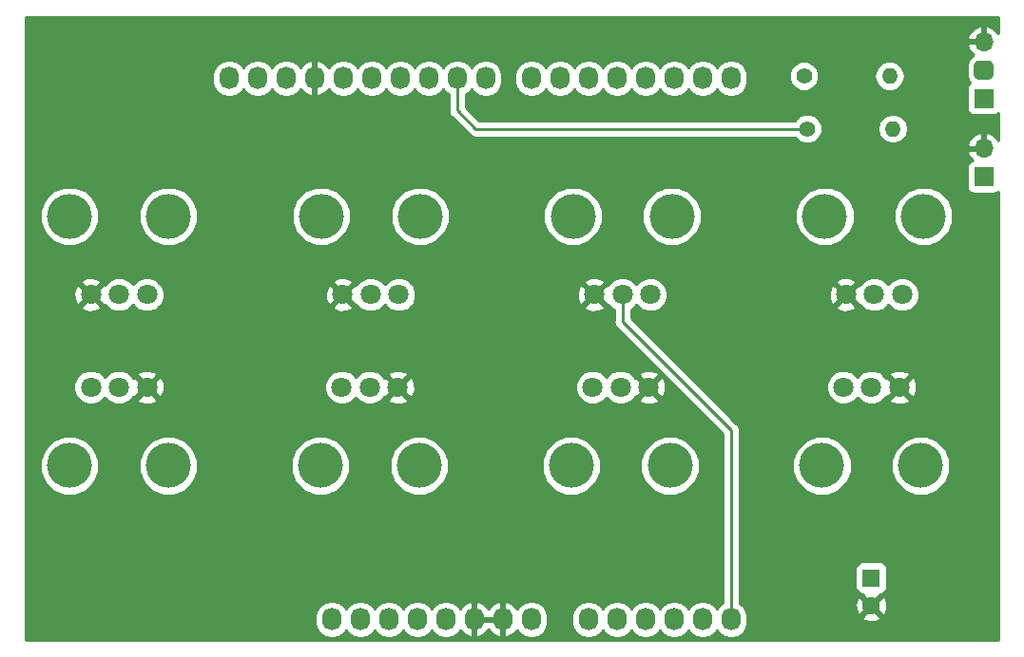
<source format=gbr>
G04 #@! TF.GenerationSoftware,KiCad,Pcbnew,(5.0.1-3-g963ef8bb5)*
G04 #@! TF.CreationDate,2019-07-05T13:12:53+05:30*
G04 #@! TF.ProjectId,8knobs-v2.1-orderworkshop,386B6E6F62732D76322E312D6F726465,rev?*
G04 #@! TF.SameCoordinates,Original*
G04 #@! TF.FileFunction,Copper,L2,Bot,Signal*
G04 #@! TF.FilePolarity,Positive*
%FSLAX46Y46*%
G04 Gerber Fmt 4.6, Leading zero omitted, Abs format (unit mm)*
G04 Created by KiCad (PCBNEW (5.0.1-3-g963ef8bb5)) date 2019 July 05, Friday 13:12:53*
%MOMM*%
%LPD*%
G01*
G04 APERTURE LIST*
G04 #@! TA.AperFunction,WasherPad*
%ADD10C,4.000000*%
G04 #@! TD*
G04 #@! TA.AperFunction,ComponentPad*
%ADD11C,1.800000*%
G04 #@! TD*
G04 #@! TA.AperFunction,ComponentPad*
%ADD12R,1.600000X1.600000*%
G04 #@! TD*
G04 #@! TA.AperFunction,ComponentPad*
%ADD13C,1.600000*%
G04 #@! TD*
G04 #@! TA.AperFunction,ComponentPad*
%ADD14O,1.400000X1.400000*%
G04 #@! TD*
G04 #@! TA.AperFunction,ComponentPad*
%ADD15C,1.400000*%
G04 #@! TD*
G04 #@! TA.AperFunction,ComponentPad*
%ADD16O,1.727200X2.032000*%
G04 #@! TD*
G04 #@! TA.AperFunction,ComponentPad*
%ADD17R,1.700000X1.700000*%
G04 #@! TD*
G04 #@! TA.AperFunction,ComponentPad*
%ADD18O,1.700000X1.700000*%
G04 #@! TD*
G04 #@! TA.AperFunction,Conductor*
%ADD19C,0.100000*%
G04 #@! TD*
G04 #@! TA.AperFunction,ComponentPad*
%ADD20C,1.700000*%
G04 #@! TD*
G04 #@! TA.AperFunction,Conductor*
%ADD21C,0.250000*%
G04 #@! TD*
G04 #@! TA.AperFunction,Conductor*
%ADD22C,0.254000*%
G04 #@! TD*
G04 APERTURE END LIST*
D10*
G04 #@! TO.P,RV4,*
G04 #@! TO.N,*
X137931333Y-110115000D03*
X146731333Y-110115000D03*
D11*
G04 #@! TO.P,RV4,1*
G04 #@! TO.N,+5V*
X139831333Y-103115000D03*
G04 #@! TO.P,RV4,2*
G04 #@! TO.N,A1*
X142331333Y-103115000D03*
G04 #@! TO.P,RV4,3*
G04 #@! TO.N,GND*
X144831333Y-103115000D03*
G04 #@! TD*
D10*
G04 #@! TO.P,RV1,*
G04 #@! TO.N,*
X124398000Y-87865000D03*
X115598000Y-87865000D03*
D11*
G04 #@! TO.P,RV1,1*
G04 #@! TO.N,+5V*
X122498000Y-94865000D03*
G04 #@! TO.P,RV1,2*
G04 #@! TO.N,/6(\002A\002A)*
X119998000Y-94865000D03*
G04 #@! TO.P,RV1,3*
G04 #@! TO.N,GND*
X117498000Y-94865000D03*
G04 #@! TD*
D12*
G04 #@! TO.P,C1,1*
G04 #@! TO.N,Net-(Audio1-Pad1)*
X186998000Y-120115000D03*
D13*
G04 #@! TO.P,C1,2*
G04 #@! TO.N,GND*
X186998000Y-122615000D03*
G04 #@! TD*
D14*
G04 #@! TO.P,R2,2*
G04 #@! TO.N,Net-(MIDI1-Pad2)*
X188618000Y-75365000D03*
D15*
G04 #@! TO.P,R2,1*
G04 #@! TO.N,+5V*
X180998000Y-75365000D03*
G04 #@! TD*
G04 #@! TO.P,R1,1*
G04 #@! TO.N,/9(\002A\002A)*
X181298000Y-80065000D03*
D14*
G04 #@! TO.P,R1,2*
G04 #@! TO.N,Net-(Audio1-Pad1)*
X188918000Y-80065000D03*
G04 #@! TD*
D16*
G04 #@! TO.P,P1,1*
G04 #@! TO.N,Net-(P1-Pad1)*
X138938000Y-123825000D03*
G04 #@! TO.P,P1,2*
G04 #@! TO.N,/IOREF*
X141478000Y-123825000D03*
G04 #@! TO.P,P1,3*
G04 #@! TO.N,/Reset*
X144018000Y-123825000D03*
G04 #@! TO.P,P1,4*
G04 #@! TO.N,+3V3*
X146558000Y-123825000D03*
G04 #@! TO.P,P1,5*
G04 #@! TO.N,+5V*
X149098000Y-123825000D03*
G04 #@! TO.P,P1,6*
G04 #@! TO.N,GND*
X151638000Y-123825000D03*
G04 #@! TO.P,P1,7*
X154178000Y-123825000D03*
G04 #@! TO.P,P1,8*
G04 #@! TO.N,/Vin*
X156718000Y-123825000D03*
G04 #@! TD*
G04 #@! TO.P,P2,1*
G04 #@! TO.N,A0*
X161798000Y-123825000D03*
G04 #@! TO.P,P2,2*
G04 #@! TO.N,A1*
X164338000Y-123825000D03*
G04 #@! TO.P,P2,3*
G04 #@! TO.N,A2*
X166878000Y-123825000D03*
G04 #@! TO.P,P2,4*
G04 #@! TO.N,A3*
X169418000Y-123825000D03*
G04 #@! TO.P,P2,5*
G04 #@! TO.N,/A4(SDA)*
X171958000Y-123825000D03*
G04 #@! TO.P,P2,6*
G04 #@! TO.N,Net-(P2-Pad6)*
X174498000Y-123825000D03*
G04 #@! TD*
G04 #@! TO.P,P3,1*
G04 #@! TO.N,/A5(SCL)*
X129794000Y-75565000D03*
G04 #@! TO.P,P3,2*
G04 #@! TO.N,/r2*
X132334000Y-75565000D03*
G04 #@! TO.P,P3,3*
G04 #@! TO.N,/AREF*
X134874000Y-75565000D03*
G04 #@! TO.P,P3,4*
G04 #@! TO.N,GND*
X137414000Y-75565000D03*
G04 #@! TO.P,P3,5*
G04 #@! TO.N,/13(SCK)*
X139954000Y-75565000D03*
G04 #@! TO.P,P3,6*
G04 #@! TO.N,/12(MISO)*
X142494000Y-75565000D03*
G04 #@! TO.P,P3,7*
G04 #@! TO.N,/11(\002A\002A/MOSI)*
X145034000Y-75565000D03*
G04 #@! TO.P,P3,8*
G04 #@! TO.N,/10(\002A\002A/SS)*
X147574000Y-75565000D03*
G04 #@! TO.P,P3,9*
G04 #@! TO.N,/9(\002A\002A)*
X150114000Y-75565000D03*
G04 #@! TO.P,P3,10*
G04 #@! TO.N,/8*
X152654000Y-75565000D03*
G04 #@! TD*
G04 #@! TO.P,P4,1*
G04 #@! TO.N,/7*
X156718000Y-75565000D03*
G04 #@! TO.P,P4,2*
G04 #@! TO.N,/6(\002A\002A)*
X159258000Y-75565000D03*
G04 #@! TO.P,P4,3*
G04 #@! TO.N,/5(\002A\002A)*
X161798000Y-75565000D03*
G04 #@! TO.P,P4,4*
G04 #@! TO.N,/4*
X164338000Y-75565000D03*
G04 #@! TO.P,P4,5*
G04 #@! TO.N,/3(\002A\002A)*
X166878000Y-75565000D03*
G04 #@! TO.P,P4,6*
G04 #@! TO.N,/2*
X169418000Y-75565000D03*
G04 #@! TO.P,P4,7*
G04 #@! TO.N,/1(Tx)*
X171958000Y-75565000D03*
G04 #@! TO.P,P4,8*
G04 #@! TO.N,/0(Rx)*
X174498000Y-75565000D03*
G04 #@! TD*
D11*
G04 #@! TO.P,RV2,3*
G04 #@! TO.N,GND*
X122498000Y-103115000D03*
G04 #@! TO.P,RV2,2*
G04 #@! TO.N,A0*
X119998000Y-103115000D03*
G04 #@! TO.P,RV2,1*
G04 #@! TO.N,+5V*
X117498000Y-103115000D03*
D10*
G04 #@! TO.P,RV2,*
G04 #@! TO.N,*
X124398000Y-110115000D03*
X115598000Y-110115000D03*
G04 #@! TD*
D11*
G04 #@! TO.P,RV3,3*
G04 #@! TO.N,GND*
X139914666Y-94865000D03*
G04 #@! TO.P,RV3,2*
G04 #@! TO.N,/4*
X142414666Y-94865000D03*
G04 #@! TO.P,RV3,1*
G04 #@! TO.N,+5V*
X144914666Y-94865000D03*
D10*
G04 #@! TO.P,RV3,*
G04 #@! TO.N,*
X138014666Y-87865000D03*
X146814666Y-87865000D03*
G04 #@! TD*
D11*
G04 #@! TO.P,RV5,3*
G04 #@! TO.N,GND*
X162331332Y-94865000D03*
G04 #@! TO.P,RV5,2*
G04 #@! TO.N,Net-(P2-Pad6)*
X164831332Y-94865000D03*
G04 #@! TO.P,RV5,1*
G04 #@! TO.N,+5V*
X167331332Y-94865000D03*
D10*
G04 #@! TO.P,RV5,*
G04 #@! TO.N,*
X160431332Y-87865000D03*
X169231332Y-87865000D03*
G04 #@! TD*
D11*
G04 #@! TO.P,RV6,3*
G04 #@! TO.N,GND*
X167164666Y-103115000D03*
G04 #@! TO.P,RV6,2*
G04 #@! TO.N,A2*
X164664666Y-103115000D03*
G04 #@! TO.P,RV6,1*
G04 #@! TO.N,+5V*
X162164666Y-103115000D03*
D10*
G04 #@! TO.P,RV6,*
G04 #@! TO.N,*
X169064666Y-110115000D03*
X160264666Y-110115000D03*
G04 #@! TD*
G04 #@! TO.P,RV7,*
G04 #@! TO.N,*
X191648000Y-87865000D03*
X182848000Y-87865000D03*
D11*
G04 #@! TO.P,RV7,1*
G04 #@! TO.N,+5V*
X189748000Y-94865000D03*
G04 #@! TO.P,RV7,2*
G04 #@! TO.N,/A4(SDA)*
X187248000Y-94865000D03*
G04 #@! TO.P,RV7,3*
G04 #@! TO.N,GND*
X184748000Y-94865000D03*
G04 #@! TD*
D10*
G04 #@! TO.P,RV8,*
G04 #@! TO.N,*
X182598000Y-110115000D03*
X191398000Y-110115000D03*
D11*
G04 #@! TO.P,RV8,1*
G04 #@! TO.N,+5V*
X184498000Y-103115000D03*
G04 #@! TO.P,RV8,2*
G04 #@! TO.N,A3*
X186998000Y-103115000D03*
G04 #@! TO.P,RV8,3*
G04 #@! TO.N,GND*
X189498000Y-103115000D03*
G04 #@! TD*
D17*
G04 #@! TO.P,Audio1,1*
G04 #@! TO.N,Net-(Audio1-Pad1)*
X196998000Y-84365000D03*
D18*
G04 #@! TO.P,Audio1,2*
G04 #@! TO.N,GND*
X196998000Y-81825000D03*
G04 #@! TD*
D17*
G04 #@! TO.P,MIDI1,1*
G04 #@! TO.N,/1(Tx)*
X196998000Y-77365000D03*
D19*
G04 #@! TD*
G04 #@! TO.N,Net-(MIDI1-Pad2)*
G04 #@! TO.C,MIDI1*
G36*
X197464657Y-73977046D02*
X197505913Y-73983166D01*
X197546371Y-73993300D01*
X197585640Y-74007351D01*
X197623344Y-74025183D01*
X197659117Y-74046625D01*
X197692617Y-74071471D01*
X197723520Y-74099480D01*
X197751529Y-74130383D01*
X197776375Y-74163883D01*
X197797817Y-74199656D01*
X197815649Y-74237360D01*
X197829700Y-74276629D01*
X197839834Y-74317087D01*
X197845954Y-74358343D01*
X197848000Y-74400000D01*
X197848000Y-75250000D01*
X197845954Y-75291657D01*
X197839834Y-75332913D01*
X197829700Y-75373371D01*
X197815649Y-75412640D01*
X197797817Y-75450344D01*
X197776375Y-75486117D01*
X197751529Y-75519617D01*
X197723520Y-75550520D01*
X197692617Y-75578529D01*
X197659117Y-75603375D01*
X197623344Y-75624817D01*
X197585640Y-75642649D01*
X197546371Y-75656700D01*
X197505913Y-75666834D01*
X197464657Y-75672954D01*
X197423000Y-75675000D01*
X196573000Y-75675000D01*
X196531343Y-75672954D01*
X196490087Y-75666834D01*
X196449629Y-75656700D01*
X196410360Y-75642649D01*
X196372656Y-75624817D01*
X196336883Y-75603375D01*
X196303383Y-75578529D01*
X196272480Y-75550520D01*
X196244471Y-75519617D01*
X196219625Y-75486117D01*
X196198183Y-75450344D01*
X196180351Y-75412640D01*
X196166300Y-75373371D01*
X196156166Y-75332913D01*
X196150046Y-75291657D01*
X196148000Y-75250000D01*
X196148000Y-74400000D01*
X196150046Y-74358343D01*
X196156166Y-74317087D01*
X196166300Y-74276629D01*
X196180351Y-74237360D01*
X196198183Y-74199656D01*
X196219625Y-74163883D01*
X196244471Y-74130383D01*
X196272480Y-74099480D01*
X196303383Y-74071471D01*
X196336883Y-74046625D01*
X196372656Y-74025183D01*
X196410360Y-74007351D01*
X196449629Y-73993300D01*
X196490087Y-73983166D01*
X196531343Y-73977046D01*
X196573000Y-73975000D01*
X197423000Y-73975000D01*
X197464657Y-73977046D01*
X197464657Y-73977046D01*
G37*
D20*
G04 #@! TO.P,MIDI1,2*
G04 #@! TO.N,Net-(MIDI1-Pad2)*
X196998000Y-74825000D03*
D18*
G04 #@! TO.P,MIDI1,3*
G04 #@! TO.N,GND*
X196998000Y-72285000D03*
G04 #@! TD*
D21*
G04 #@! TO.N,/9(\002A\002A)*
X151748000Y-80065000D02*
X150114000Y-78431000D01*
X150114000Y-78431000D02*
X150114000Y-75565000D01*
X181298000Y-80065000D02*
X151748000Y-80065000D01*
G04 #@! TO.N,Net-(P2-Pad6)*
X164831332Y-94865000D02*
X164831332Y-97273332D01*
X164831332Y-97273332D02*
X174498000Y-106940000D01*
X174498000Y-106940000D02*
X174498000Y-123825000D01*
G04 #@! TD*
D22*
G04 #@! TO.N,GND*
G36*
X198288000Y-71562392D02*
X198269645Y-71518076D01*
X197879358Y-71089817D01*
X197354892Y-70843514D01*
X197125000Y-70964181D01*
X197125000Y-72158000D01*
X197145000Y-72158000D01*
X197145000Y-72412000D01*
X197125000Y-72412000D01*
X197125000Y-72432000D01*
X196871000Y-72432000D01*
X196871000Y-72412000D01*
X195677845Y-72412000D01*
X195556524Y-72641890D01*
X195726355Y-73051924D01*
X196093825Y-73455146D01*
X195814670Y-73641670D01*
X195582195Y-73989595D01*
X195500560Y-74400000D01*
X195500560Y-75250000D01*
X195582195Y-75660405D01*
X195798819Y-75984607D01*
X195690191Y-76057191D01*
X195549843Y-76267235D01*
X195500560Y-76515000D01*
X195500560Y-78215000D01*
X195549843Y-78462765D01*
X195690191Y-78672809D01*
X195900235Y-78813157D01*
X196148000Y-78862440D01*
X197848000Y-78862440D01*
X198095765Y-78813157D01*
X198288000Y-78684709D01*
X198288000Y-81102392D01*
X198269645Y-81058076D01*
X197879358Y-80629817D01*
X197354892Y-80383514D01*
X197125000Y-80504181D01*
X197125000Y-81698000D01*
X197145000Y-81698000D01*
X197145000Y-81952000D01*
X197125000Y-81952000D01*
X197125000Y-81972000D01*
X196871000Y-81972000D01*
X196871000Y-81952000D01*
X195677845Y-81952000D01*
X195556524Y-82181890D01*
X195726355Y-82591924D01*
X196003708Y-82896261D01*
X195900235Y-82916843D01*
X195690191Y-83057191D01*
X195549843Y-83267235D01*
X195500560Y-83515000D01*
X195500560Y-85215000D01*
X195549843Y-85462765D01*
X195690191Y-85672809D01*
X195900235Y-85813157D01*
X196148000Y-85862440D01*
X197848000Y-85862440D01*
X198095765Y-85813157D01*
X198288000Y-85684708D01*
X198288001Y-125655000D01*
X111708000Y-125655000D01*
X111708000Y-123525003D01*
X137439400Y-123525003D01*
X137439400Y-124124998D01*
X137526350Y-124562125D01*
X137857570Y-125057830D01*
X138353276Y-125389050D01*
X138938000Y-125505359D01*
X139522725Y-125389050D01*
X140018430Y-125057830D01*
X140208000Y-124774119D01*
X140397570Y-125057830D01*
X140893276Y-125389050D01*
X141478000Y-125505359D01*
X142062725Y-125389050D01*
X142558430Y-125057830D01*
X142748000Y-124774119D01*
X142937570Y-125057830D01*
X143433276Y-125389050D01*
X144018000Y-125505359D01*
X144602725Y-125389050D01*
X145098430Y-125057830D01*
X145288000Y-124774119D01*
X145477570Y-125057830D01*
X145973276Y-125389050D01*
X146558000Y-125505359D01*
X147142725Y-125389050D01*
X147638430Y-125057830D01*
X147828000Y-124774119D01*
X148017570Y-125057830D01*
X148513276Y-125389050D01*
X149098000Y-125505359D01*
X149682725Y-125389050D01*
X150178430Y-125057830D01*
X150371909Y-124768267D01*
X150735964Y-125175732D01*
X151263209Y-125429709D01*
X151278974Y-125432358D01*
X151511000Y-125311217D01*
X151511000Y-123952000D01*
X151765000Y-123952000D01*
X151765000Y-125311217D01*
X151997026Y-125432358D01*
X152012791Y-125429709D01*
X152540036Y-125175732D01*
X152908000Y-124763892D01*
X153275964Y-125175732D01*
X153803209Y-125429709D01*
X153818974Y-125432358D01*
X154051000Y-125311217D01*
X154051000Y-123952000D01*
X151765000Y-123952000D01*
X151511000Y-123952000D01*
X151491000Y-123952000D01*
X151491000Y-123698000D01*
X151511000Y-123698000D01*
X151511000Y-122338783D01*
X151765000Y-122338783D01*
X151765000Y-123698000D01*
X154051000Y-123698000D01*
X154051000Y-122338783D01*
X154305000Y-122338783D01*
X154305000Y-123698000D01*
X154325000Y-123698000D01*
X154325000Y-123952000D01*
X154305000Y-123952000D01*
X154305000Y-125311217D01*
X154537026Y-125432358D01*
X154552791Y-125429709D01*
X155080036Y-125175732D01*
X155444090Y-124768268D01*
X155637570Y-125057830D01*
X156133276Y-125389050D01*
X156718000Y-125505359D01*
X157302725Y-125389050D01*
X157798430Y-125057830D01*
X158129650Y-124562124D01*
X158216600Y-124124997D01*
X158216600Y-123525003D01*
X160299400Y-123525003D01*
X160299400Y-124124998D01*
X160386350Y-124562125D01*
X160717570Y-125057830D01*
X161213276Y-125389050D01*
X161798000Y-125505359D01*
X162382725Y-125389050D01*
X162878430Y-125057830D01*
X163068000Y-124774119D01*
X163257570Y-125057830D01*
X163753276Y-125389050D01*
X164338000Y-125505359D01*
X164922725Y-125389050D01*
X165418430Y-125057830D01*
X165608000Y-124774119D01*
X165797570Y-125057830D01*
X166293276Y-125389050D01*
X166878000Y-125505359D01*
X167462725Y-125389050D01*
X167958430Y-125057830D01*
X168148000Y-124774119D01*
X168337570Y-125057830D01*
X168833276Y-125389050D01*
X169418000Y-125505359D01*
X170002725Y-125389050D01*
X170498430Y-125057830D01*
X170688000Y-124774119D01*
X170877570Y-125057830D01*
X171373276Y-125389050D01*
X171958000Y-125505359D01*
X172542725Y-125389050D01*
X173038430Y-125057830D01*
X173228000Y-124774119D01*
X173417570Y-125057830D01*
X173913276Y-125389050D01*
X174498000Y-125505359D01*
X175082725Y-125389050D01*
X175578430Y-125057830D01*
X175909650Y-124562124D01*
X175996600Y-124124997D01*
X175996600Y-123622745D01*
X186169861Y-123622745D01*
X186243995Y-123868864D01*
X186781223Y-124061965D01*
X187351454Y-124034778D01*
X187752005Y-123868864D01*
X187826139Y-123622745D01*
X186998000Y-122794605D01*
X186169861Y-123622745D01*
X175996600Y-123622745D01*
X175996600Y-123525002D01*
X175909650Y-123087875D01*
X175578430Y-122592170D01*
X175288168Y-122398223D01*
X185551035Y-122398223D01*
X185578222Y-122968454D01*
X185744136Y-123369005D01*
X185990255Y-123443139D01*
X186818395Y-122615000D01*
X187177605Y-122615000D01*
X188005745Y-123443139D01*
X188251864Y-123369005D01*
X188444965Y-122831777D01*
X188417778Y-122261546D01*
X188251864Y-121860995D01*
X188005745Y-121786861D01*
X187177605Y-122615000D01*
X186818395Y-122615000D01*
X185990255Y-121786861D01*
X185744136Y-121860995D01*
X185551035Y-122398223D01*
X175288168Y-122398223D01*
X175258000Y-122378066D01*
X175258000Y-119315000D01*
X185550560Y-119315000D01*
X185550560Y-120915000D01*
X185599843Y-121162765D01*
X185740191Y-121372809D01*
X185950235Y-121513157D01*
X186184187Y-121559693D01*
X186169861Y-121607255D01*
X186998000Y-122435395D01*
X187826139Y-121607255D01*
X187811813Y-121559693D01*
X188045765Y-121513157D01*
X188255809Y-121372809D01*
X188396157Y-121162765D01*
X188445440Y-120915000D01*
X188445440Y-119315000D01*
X188396157Y-119067235D01*
X188255809Y-118857191D01*
X188045765Y-118716843D01*
X187798000Y-118667560D01*
X186198000Y-118667560D01*
X185950235Y-118716843D01*
X185740191Y-118857191D01*
X185599843Y-119067235D01*
X185550560Y-119315000D01*
X175258000Y-119315000D01*
X175258000Y-109590866D01*
X179963000Y-109590866D01*
X179963000Y-110639134D01*
X180364155Y-111607608D01*
X181105392Y-112348845D01*
X182073866Y-112750000D01*
X183122134Y-112750000D01*
X184090608Y-112348845D01*
X184831845Y-111607608D01*
X185233000Y-110639134D01*
X185233000Y-109590866D01*
X188763000Y-109590866D01*
X188763000Y-110639134D01*
X189164155Y-111607608D01*
X189905392Y-112348845D01*
X190873866Y-112750000D01*
X191922134Y-112750000D01*
X192890608Y-112348845D01*
X193631845Y-111607608D01*
X194033000Y-110639134D01*
X194033000Y-109590866D01*
X193631845Y-108622392D01*
X192890608Y-107881155D01*
X191922134Y-107480000D01*
X190873866Y-107480000D01*
X189905392Y-107881155D01*
X189164155Y-108622392D01*
X188763000Y-109590866D01*
X185233000Y-109590866D01*
X184831845Y-108622392D01*
X184090608Y-107881155D01*
X183122134Y-107480000D01*
X182073866Y-107480000D01*
X181105392Y-107881155D01*
X180364155Y-108622392D01*
X179963000Y-109590866D01*
X175258000Y-109590866D01*
X175258000Y-107014847D01*
X175272888Y-106940000D01*
X175258000Y-106865153D01*
X175258000Y-106865148D01*
X175213904Y-106643463D01*
X175045929Y-106392071D01*
X174982473Y-106349671D01*
X171442472Y-102809670D01*
X182963000Y-102809670D01*
X182963000Y-103420330D01*
X183196690Y-103984507D01*
X183628493Y-104416310D01*
X184192670Y-104650000D01*
X184803330Y-104650000D01*
X185367507Y-104416310D01*
X185748000Y-104035817D01*
X186128493Y-104416310D01*
X186692670Y-104650000D01*
X187303330Y-104650000D01*
X187867507Y-104416310D01*
X188088658Y-104195159D01*
X188597446Y-104195159D01*
X188683852Y-104451643D01*
X189257336Y-104661458D01*
X189867460Y-104635839D01*
X190312148Y-104451643D01*
X190398554Y-104195159D01*
X189498000Y-103294605D01*
X188597446Y-104195159D01*
X188088658Y-104195159D01*
X188299310Y-103984507D01*
X188302539Y-103976710D01*
X188417841Y-104015554D01*
X189318395Y-103115000D01*
X189677605Y-103115000D01*
X190578159Y-104015554D01*
X190834643Y-103929148D01*
X191044458Y-103355664D01*
X191018839Y-102745540D01*
X190834643Y-102300852D01*
X190578159Y-102214446D01*
X189677605Y-103115000D01*
X189318395Y-103115000D01*
X188417841Y-102214446D01*
X188302539Y-102253290D01*
X188299310Y-102245493D01*
X188088658Y-102034841D01*
X188597446Y-102034841D01*
X189498000Y-102935395D01*
X190398554Y-102034841D01*
X190312148Y-101778357D01*
X189738664Y-101568542D01*
X189128540Y-101594161D01*
X188683852Y-101778357D01*
X188597446Y-102034841D01*
X188088658Y-102034841D01*
X187867507Y-101813690D01*
X187303330Y-101580000D01*
X186692670Y-101580000D01*
X186128493Y-101813690D01*
X185748000Y-102194183D01*
X185367507Y-101813690D01*
X184803330Y-101580000D01*
X184192670Y-101580000D01*
X183628493Y-101813690D01*
X183196690Y-102245493D01*
X182963000Y-102809670D01*
X171442472Y-102809670D01*
X165591332Y-96958531D01*
X165591332Y-96211669D01*
X165700839Y-96166310D01*
X166081332Y-95785817D01*
X166461825Y-96166310D01*
X167026002Y-96400000D01*
X167636662Y-96400000D01*
X168200839Y-96166310D01*
X168421990Y-95945159D01*
X183847446Y-95945159D01*
X183933852Y-96201643D01*
X184507336Y-96411458D01*
X185117460Y-96385839D01*
X185562148Y-96201643D01*
X185648554Y-95945159D01*
X184748000Y-95044605D01*
X183847446Y-95945159D01*
X168421990Y-95945159D01*
X168632642Y-95734507D01*
X168866332Y-95170330D01*
X168866332Y-94624336D01*
X183201542Y-94624336D01*
X183227161Y-95234460D01*
X183411357Y-95679148D01*
X183667841Y-95765554D01*
X184568395Y-94865000D01*
X184927605Y-94865000D01*
X185828159Y-95765554D01*
X185943461Y-95726710D01*
X185946690Y-95734507D01*
X186378493Y-96166310D01*
X186942670Y-96400000D01*
X187553330Y-96400000D01*
X188117507Y-96166310D01*
X188498000Y-95785817D01*
X188878493Y-96166310D01*
X189442670Y-96400000D01*
X190053330Y-96400000D01*
X190617507Y-96166310D01*
X191049310Y-95734507D01*
X191283000Y-95170330D01*
X191283000Y-94559670D01*
X191049310Y-93995493D01*
X190617507Y-93563690D01*
X190053330Y-93330000D01*
X189442670Y-93330000D01*
X188878493Y-93563690D01*
X188498000Y-93944183D01*
X188117507Y-93563690D01*
X187553330Y-93330000D01*
X186942670Y-93330000D01*
X186378493Y-93563690D01*
X185946690Y-93995493D01*
X185943461Y-94003290D01*
X185828159Y-93964446D01*
X184927605Y-94865000D01*
X184568395Y-94865000D01*
X183667841Y-93964446D01*
X183411357Y-94050852D01*
X183201542Y-94624336D01*
X168866332Y-94624336D01*
X168866332Y-94559670D01*
X168632642Y-93995493D01*
X168421990Y-93784841D01*
X183847446Y-93784841D01*
X184748000Y-94685395D01*
X185648554Y-93784841D01*
X185562148Y-93528357D01*
X184988664Y-93318542D01*
X184378540Y-93344161D01*
X183933852Y-93528357D01*
X183847446Y-93784841D01*
X168421990Y-93784841D01*
X168200839Y-93563690D01*
X167636662Y-93330000D01*
X167026002Y-93330000D01*
X166461825Y-93563690D01*
X166081332Y-93944183D01*
X165700839Y-93563690D01*
X165136662Y-93330000D01*
X164526002Y-93330000D01*
X163961825Y-93563690D01*
X163530022Y-93995493D01*
X163526793Y-94003290D01*
X163411491Y-93964446D01*
X162510937Y-94865000D01*
X163411491Y-95765554D01*
X163526793Y-95726710D01*
X163530022Y-95734507D01*
X163961825Y-96166310D01*
X164071333Y-96211670D01*
X164071333Y-97198480D01*
X164056444Y-97273332D01*
X164071333Y-97348184D01*
X164115429Y-97569869D01*
X164283404Y-97821261D01*
X164346860Y-97863661D01*
X173738000Y-107254802D01*
X173738001Y-122378065D01*
X173417570Y-122592170D01*
X173228000Y-122875881D01*
X173038430Y-122592170D01*
X172542724Y-122260950D01*
X171958000Y-122144641D01*
X171373275Y-122260950D01*
X170877570Y-122592170D01*
X170688000Y-122875881D01*
X170498430Y-122592170D01*
X170002724Y-122260950D01*
X169418000Y-122144641D01*
X168833275Y-122260950D01*
X168337570Y-122592170D01*
X168148000Y-122875881D01*
X167958430Y-122592170D01*
X167462724Y-122260950D01*
X166878000Y-122144641D01*
X166293275Y-122260950D01*
X165797570Y-122592170D01*
X165608000Y-122875881D01*
X165418430Y-122592170D01*
X164922724Y-122260950D01*
X164338000Y-122144641D01*
X163753275Y-122260950D01*
X163257570Y-122592170D01*
X163068000Y-122875881D01*
X162878430Y-122592170D01*
X162382724Y-122260950D01*
X161798000Y-122144641D01*
X161213275Y-122260950D01*
X160717570Y-122592170D01*
X160386350Y-123087876D01*
X160299400Y-123525003D01*
X158216600Y-123525003D01*
X158216600Y-123525002D01*
X158129650Y-123087875D01*
X157798430Y-122592170D01*
X157302724Y-122260950D01*
X156718000Y-122144641D01*
X156133275Y-122260950D01*
X155637570Y-122592170D01*
X155444091Y-122881733D01*
X155080036Y-122474268D01*
X154552791Y-122220291D01*
X154537026Y-122217642D01*
X154305000Y-122338783D01*
X154051000Y-122338783D01*
X153818974Y-122217642D01*
X153803209Y-122220291D01*
X153275964Y-122474268D01*
X152908000Y-122886108D01*
X152540036Y-122474268D01*
X152012791Y-122220291D01*
X151997026Y-122217642D01*
X151765000Y-122338783D01*
X151511000Y-122338783D01*
X151278974Y-122217642D01*
X151263209Y-122220291D01*
X150735964Y-122474268D01*
X150371910Y-122881732D01*
X150178430Y-122592170D01*
X149682724Y-122260950D01*
X149098000Y-122144641D01*
X148513275Y-122260950D01*
X148017570Y-122592170D01*
X147828000Y-122875881D01*
X147638430Y-122592170D01*
X147142724Y-122260950D01*
X146558000Y-122144641D01*
X145973275Y-122260950D01*
X145477570Y-122592170D01*
X145288000Y-122875881D01*
X145098430Y-122592170D01*
X144602724Y-122260950D01*
X144018000Y-122144641D01*
X143433275Y-122260950D01*
X142937570Y-122592170D01*
X142748000Y-122875881D01*
X142558430Y-122592170D01*
X142062724Y-122260950D01*
X141478000Y-122144641D01*
X140893275Y-122260950D01*
X140397570Y-122592170D01*
X140208000Y-122875881D01*
X140018430Y-122592170D01*
X139522724Y-122260950D01*
X138938000Y-122144641D01*
X138353275Y-122260950D01*
X137857570Y-122592170D01*
X137526350Y-123087876D01*
X137439400Y-123525003D01*
X111708000Y-123525003D01*
X111708000Y-109590866D01*
X112963000Y-109590866D01*
X112963000Y-110639134D01*
X113364155Y-111607608D01*
X114105392Y-112348845D01*
X115073866Y-112750000D01*
X116122134Y-112750000D01*
X117090608Y-112348845D01*
X117831845Y-111607608D01*
X118233000Y-110639134D01*
X118233000Y-109590866D01*
X121763000Y-109590866D01*
X121763000Y-110639134D01*
X122164155Y-111607608D01*
X122905392Y-112348845D01*
X123873866Y-112750000D01*
X124922134Y-112750000D01*
X125890608Y-112348845D01*
X126631845Y-111607608D01*
X127033000Y-110639134D01*
X127033000Y-109590866D01*
X135296333Y-109590866D01*
X135296333Y-110639134D01*
X135697488Y-111607608D01*
X136438725Y-112348845D01*
X137407199Y-112750000D01*
X138455467Y-112750000D01*
X139423941Y-112348845D01*
X140165178Y-111607608D01*
X140566333Y-110639134D01*
X140566333Y-109590866D01*
X144096333Y-109590866D01*
X144096333Y-110639134D01*
X144497488Y-111607608D01*
X145238725Y-112348845D01*
X146207199Y-112750000D01*
X147255467Y-112750000D01*
X148223941Y-112348845D01*
X148965178Y-111607608D01*
X149366333Y-110639134D01*
X149366333Y-109590866D01*
X157629666Y-109590866D01*
X157629666Y-110639134D01*
X158030821Y-111607608D01*
X158772058Y-112348845D01*
X159740532Y-112750000D01*
X160788800Y-112750000D01*
X161757274Y-112348845D01*
X162498511Y-111607608D01*
X162899666Y-110639134D01*
X162899666Y-109590866D01*
X166429666Y-109590866D01*
X166429666Y-110639134D01*
X166830821Y-111607608D01*
X167572058Y-112348845D01*
X168540532Y-112750000D01*
X169588800Y-112750000D01*
X170557274Y-112348845D01*
X171298511Y-111607608D01*
X171699666Y-110639134D01*
X171699666Y-109590866D01*
X171298511Y-108622392D01*
X170557274Y-107881155D01*
X169588800Y-107480000D01*
X168540532Y-107480000D01*
X167572058Y-107881155D01*
X166830821Y-108622392D01*
X166429666Y-109590866D01*
X162899666Y-109590866D01*
X162498511Y-108622392D01*
X161757274Y-107881155D01*
X160788800Y-107480000D01*
X159740532Y-107480000D01*
X158772058Y-107881155D01*
X158030821Y-108622392D01*
X157629666Y-109590866D01*
X149366333Y-109590866D01*
X148965178Y-108622392D01*
X148223941Y-107881155D01*
X147255467Y-107480000D01*
X146207199Y-107480000D01*
X145238725Y-107881155D01*
X144497488Y-108622392D01*
X144096333Y-109590866D01*
X140566333Y-109590866D01*
X140165178Y-108622392D01*
X139423941Y-107881155D01*
X138455467Y-107480000D01*
X137407199Y-107480000D01*
X136438725Y-107881155D01*
X135697488Y-108622392D01*
X135296333Y-109590866D01*
X127033000Y-109590866D01*
X126631845Y-108622392D01*
X125890608Y-107881155D01*
X124922134Y-107480000D01*
X123873866Y-107480000D01*
X122905392Y-107881155D01*
X122164155Y-108622392D01*
X121763000Y-109590866D01*
X118233000Y-109590866D01*
X117831845Y-108622392D01*
X117090608Y-107881155D01*
X116122134Y-107480000D01*
X115073866Y-107480000D01*
X114105392Y-107881155D01*
X113364155Y-108622392D01*
X112963000Y-109590866D01*
X111708000Y-109590866D01*
X111708000Y-102809670D01*
X115963000Y-102809670D01*
X115963000Y-103420330D01*
X116196690Y-103984507D01*
X116628493Y-104416310D01*
X117192670Y-104650000D01*
X117803330Y-104650000D01*
X118367507Y-104416310D01*
X118748000Y-104035817D01*
X119128493Y-104416310D01*
X119692670Y-104650000D01*
X120303330Y-104650000D01*
X120867507Y-104416310D01*
X121088658Y-104195159D01*
X121597446Y-104195159D01*
X121683852Y-104451643D01*
X122257336Y-104661458D01*
X122867460Y-104635839D01*
X123312148Y-104451643D01*
X123398554Y-104195159D01*
X122498000Y-103294605D01*
X121597446Y-104195159D01*
X121088658Y-104195159D01*
X121299310Y-103984507D01*
X121302539Y-103976710D01*
X121417841Y-104015554D01*
X122318395Y-103115000D01*
X122677605Y-103115000D01*
X123578159Y-104015554D01*
X123834643Y-103929148D01*
X124044458Y-103355664D01*
X124021532Y-102809670D01*
X138296333Y-102809670D01*
X138296333Y-103420330D01*
X138530023Y-103984507D01*
X138961826Y-104416310D01*
X139526003Y-104650000D01*
X140136663Y-104650000D01*
X140700840Y-104416310D01*
X141081333Y-104035817D01*
X141461826Y-104416310D01*
X142026003Y-104650000D01*
X142636663Y-104650000D01*
X143200840Y-104416310D01*
X143421991Y-104195159D01*
X143930779Y-104195159D01*
X144017185Y-104451643D01*
X144590669Y-104661458D01*
X145200793Y-104635839D01*
X145645481Y-104451643D01*
X145731887Y-104195159D01*
X144831333Y-103294605D01*
X143930779Y-104195159D01*
X143421991Y-104195159D01*
X143632643Y-103984507D01*
X143635872Y-103976710D01*
X143751174Y-104015554D01*
X144651728Y-103115000D01*
X145010938Y-103115000D01*
X145911492Y-104015554D01*
X146167976Y-103929148D01*
X146377791Y-103355664D01*
X146354865Y-102809670D01*
X160629666Y-102809670D01*
X160629666Y-103420330D01*
X160863356Y-103984507D01*
X161295159Y-104416310D01*
X161859336Y-104650000D01*
X162469996Y-104650000D01*
X163034173Y-104416310D01*
X163414666Y-104035817D01*
X163795159Y-104416310D01*
X164359336Y-104650000D01*
X164969996Y-104650000D01*
X165534173Y-104416310D01*
X165755324Y-104195159D01*
X166264112Y-104195159D01*
X166350518Y-104451643D01*
X166924002Y-104661458D01*
X167534126Y-104635839D01*
X167978814Y-104451643D01*
X168065220Y-104195159D01*
X167164666Y-103294605D01*
X166264112Y-104195159D01*
X165755324Y-104195159D01*
X165965976Y-103984507D01*
X165969205Y-103976710D01*
X166084507Y-104015554D01*
X166985061Y-103115000D01*
X167344271Y-103115000D01*
X168244825Y-104015554D01*
X168501309Y-103929148D01*
X168711124Y-103355664D01*
X168685505Y-102745540D01*
X168501309Y-102300852D01*
X168244825Y-102214446D01*
X167344271Y-103115000D01*
X166985061Y-103115000D01*
X166084507Y-102214446D01*
X165969205Y-102253290D01*
X165965976Y-102245493D01*
X165755324Y-102034841D01*
X166264112Y-102034841D01*
X167164666Y-102935395D01*
X168065220Y-102034841D01*
X167978814Y-101778357D01*
X167405330Y-101568542D01*
X166795206Y-101594161D01*
X166350518Y-101778357D01*
X166264112Y-102034841D01*
X165755324Y-102034841D01*
X165534173Y-101813690D01*
X164969996Y-101580000D01*
X164359336Y-101580000D01*
X163795159Y-101813690D01*
X163414666Y-102194183D01*
X163034173Y-101813690D01*
X162469996Y-101580000D01*
X161859336Y-101580000D01*
X161295159Y-101813690D01*
X160863356Y-102245493D01*
X160629666Y-102809670D01*
X146354865Y-102809670D01*
X146352172Y-102745540D01*
X146167976Y-102300852D01*
X145911492Y-102214446D01*
X145010938Y-103115000D01*
X144651728Y-103115000D01*
X143751174Y-102214446D01*
X143635872Y-102253290D01*
X143632643Y-102245493D01*
X143421991Y-102034841D01*
X143930779Y-102034841D01*
X144831333Y-102935395D01*
X145731887Y-102034841D01*
X145645481Y-101778357D01*
X145071997Y-101568542D01*
X144461873Y-101594161D01*
X144017185Y-101778357D01*
X143930779Y-102034841D01*
X143421991Y-102034841D01*
X143200840Y-101813690D01*
X142636663Y-101580000D01*
X142026003Y-101580000D01*
X141461826Y-101813690D01*
X141081333Y-102194183D01*
X140700840Y-101813690D01*
X140136663Y-101580000D01*
X139526003Y-101580000D01*
X138961826Y-101813690D01*
X138530023Y-102245493D01*
X138296333Y-102809670D01*
X124021532Y-102809670D01*
X124018839Y-102745540D01*
X123834643Y-102300852D01*
X123578159Y-102214446D01*
X122677605Y-103115000D01*
X122318395Y-103115000D01*
X121417841Y-102214446D01*
X121302539Y-102253290D01*
X121299310Y-102245493D01*
X121088658Y-102034841D01*
X121597446Y-102034841D01*
X122498000Y-102935395D01*
X123398554Y-102034841D01*
X123312148Y-101778357D01*
X122738664Y-101568542D01*
X122128540Y-101594161D01*
X121683852Y-101778357D01*
X121597446Y-102034841D01*
X121088658Y-102034841D01*
X120867507Y-101813690D01*
X120303330Y-101580000D01*
X119692670Y-101580000D01*
X119128493Y-101813690D01*
X118748000Y-102194183D01*
X118367507Y-101813690D01*
X117803330Y-101580000D01*
X117192670Y-101580000D01*
X116628493Y-101813690D01*
X116196690Y-102245493D01*
X115963000Y-102809670D01*
X111708000Y-102809670D01*
X111708000Y-95945159D01*
X116597446Y-95945159D01*
X116683852Y-96201643D01*
X117257336Y-96411458D01*
X117867460Y-96385839D01*
X118312148Y-96201643D01*
X118398554Y-95945159D01*
X117498000Y-95044605D01*
X116597446Y-95945159D01*
X111708000Y-95945159D01*
X111708000Y-94624336D01*
X115951542Y-94624336D01*
X115977161Y-95234460D01*
X116161357Y-95679148D01*
X116417841Y-95765554D01*
X117318395Y-94865000D01*
X117677605Y-94865000D01*
X118578159Y-95765554D01*
X118693461Y-95726710D01*
X118696690Y-95734507D01*
X119128493Y-96166310D01*
X119692670Y-96400000D01*
X120303330Y-96400000D01*
X120867507Y-96166310D01*
X121248000Y-95785817D01*
X121628493Y-96166310D01*
X122192670Y-96400000D01*
X122803330Y-96400000D01*
X123367507Y-96166310D01*
X123588658Y-95945159D01*
X139014112Y-95945159D01*
X139100518Y-96201643D01*
X139674002Y-96411458D01*
X140284126Y-96385839D01*
X140728814Y-96201643D01*
X140815220Y-95945159D01*
X139914666Y-95044605D01*
X139014112Y-95945159D01*
X123588658Y-95945159D01*
X123799310Y-95734507D01*
X124033000Y-95170330D01*
X124033000Y-94624336D01*
X138368208Y-94624336D01*
X138393827Y-95234460D01*
X138578023Y-95679148D01*
X138834507Y-95765554D01*
X139735061Y-94865000D01*
X140094271Y-94865000D01*
X140994825Y-95765554D01*
X141110127Y-95726710D01*
X141113356Y-95734507D01*
X141545159Y-96166310D01*
X142109336Y-96400000D01*
X142719996Y-96400000D01*
X143284173Y-96166310D01*
X143664666Y-95785817D01*
X144045159Y-96166310D01*
X144609336Y-96400000D01*
X145219996Y-96400000D01*
X145784173Y-96166310D01*
X146005324Y-95945159D01*
X161430778Y-95945159D01*
X161517184Y-96201643D01*
X162090668Y-96411458D01*
X162700792Y-96385839D01*
X163145480Y-96201643D01*
X163231886Y-95945159D01*
X162331332Y-95044605D01*
X161430778Y-95945159D01*
X146005324Y-95945159D01*
X146215976Y-95734507D01*
X146449666Y-95170330D01*
X146449666Y-94624336D01*
X160784874Y-94624336D01*
X160810493Y-95234460D01*
X160994689Y-95679148D01*
X161251173Y-95765554D01*
X162151727Y-94865000D01*
X161251173Y-93964446D01*
X160994689Y-94050852D01*
X160784874Y-94624336D01*
X146449666Y-94624336D01*
X146449666Y-94559670D01*
X146215976Y-93995493D01*
X146005324Y-93784841D01*
X161430778Y-93784841D01*
X162331332Y-94685395D01*
X163231886Y-93784841D01*
X163145480Y-93528357D01*
X162571996Y-93318542D01*
X161961872Y-93344161D01*
X161517184Y-93528357D01*
X161430778Y-93784841D01*
X146005324Y-93784841D01*
X145784173Y-93563690D01*
X145219996Y-93330000D01*
X144609336Y-93330000D01*
X144045159Y-93563690D01*
X143664666Y-93944183D01*
X143284173Y-93563690D01*
X142719996Y-93330000D01*
X142109336Y-93330000D01*
X141545159Y-93563690D01*
X141113356Y-93995493D01*
X141110127Y-94003290D01*
X140994825Y-93964446D01*
X140094271Y-94865000D01*
X139735061Y-94865000D01*
X138834507Y-93964446D01*
X138578023Y-94050852D01*
X138368208Y-94624336D01*
X124033000Y-94624336D01*
X124033000Y-94559670D01*
X123799310Y-93995493D01*
X123588658Y-93784841D01*
X139014112Y-93784841D01*
X139914666Y-94685395D01*
X140815220Y-93784841D01*
X140728814Y-93528357D01*
X140155330Y-93318542D01*
X139545206Y-93344161D01*
X139100518Y-93528357D01*
X139014112Y-93784841D01*
X123588658Y-93784841D01*
X123367507Y-93563690D01*
X122803330Y-93330000D01*
X122192670Y-93330000D01*
X121628493Y-93563690D01*
X121248000Y-93944183D01*
X120867507Y-93563690D01*
X120303330Y-93330000D01*
X119692670Y-93330000D01*
X119128493Y-93563690D01*
X118696690Y-93995493D01*
X118693461Y-94003290D01*
X118578159Y-93964446D01*
X117677605Y-94865000D01*
X117318395Y-94865000D01*
X116417841Y-93964446D01*
X116161357Y-94050852D01*
X115951542Y-94624336D01*
X111708000Y-94624336D01*
X111708000Y-93784841D01*
X116597446Y-93784841D01*
X117498000Y-94685395D01*
X118398554Y-93784841D01*
X118312148Y-93528357D01*
X117738664Y-93318542D01*
X117128540Y-93344161D01*
X116683852Y-93528357D01*
X116597446Y-93784841D01*
X111708000Y-93784841D01*
X111708000Y-87340866D01*
X112963000Y-87340866D01*
X112963000Y-88389134D01*
X113364155Y-89357608D01*
X114105392Y-90098845D01*
X115073866Y-90500000D01*
X116122134Y-90500000D01*
X117090608Y-90098845D01*
X117831845Y-89357608D01*
X118233000Y-88389134D01*
X118233000Y-87340866D01*
X121763000Y-87340866D01*
X121763000Y-88389134D01*
X122164155Y-89357608D01*
X122905392Y-90098845D01*
X123873866Y-90500000D01*
X124922134Y-90500000D01*
X125890608Y-90098845D01*
X126631845Y-89357608D01*
X127033000Y-88389134D01*
X127033000Y-87340866D01*
X135379666Y-87340866D01*
X135379666Y-88389134D01*
X135780821Y-89357608D01*
X136522058Y-90098845D01*
X137490532Y-90500000D01*
X138538800Y-90500000D01*
X139507274Y-90098845D01*
X140248511Y-89357608D01*
X140649666Y-88389134D01*
X140649666Y-87340866D01*
X144179666Y-87340866D01*
X144179666Y-88389134D01*
X144580821Y-89357608D01*
X145322058Y-90098845D01*
X146290532Y-90500000D01*
X147338800Y-90500000D01*
X148307274Y-90098845D01*
X149048511Y-89357608D01*
X149449666Y-88389134D01*
X149449666Y-87340866D01*
X157796332Y-87340866D01*
X157796332Y-88389134D01*
X158197487Y-89357608D01*
X158938724Y-90098845D01*
X159907198Y-90500000D01*
X160955466Y-90500000D01*
X161923940Y-90098845D01*
X162665177Y-89357608D01*
X163066332Y-88389134D01*
X163066332Y-87340866D01*
X166596332Y-87340866D01*
X166596332Y-88389134D01*
X166997487Y-89357608D01*
X167738724Y-90098845D01*
X168707198Y-90500000D01*
X169755466Y-90500000D01*
X170723940Y-90098845D01*
X171465177Y-89357608D01*
X171866332Y-88389134D01*
X171866332Y-87340866D01*
X180213000Y-87340866D01*
X180213000Y-88389134D01*
X180614155Y-89357608D01*
X181355392Y-90098845D01*
X182323866Y-90500000D01*
X183372134Y-90500000D01*
X184340608Y-90098845D01*
X185081845Y-89357608D01*
X185483000Y-88389134D01*
X185483000Y-87340866D01*
X189013000Y-87340866D01*
X189013000Y-88389134D01*
X189414155Y-89357608D01*
X190155392Y-90098845D01*
X191123866Y-90500000D01*
X192172134Y-90500000D01*
X193140608Y-90098845D01*
X193881845Y-89357608D01*
X194283000Y-88389134D01*
X194283000Y-87340866D01*
X193881845Y-86372392D01*
X193140608Y-85631155D01*
X192172134Y-85230000D01*
X191123866Y-85230000D01*
X190155392Y-85631155D01*
X189414155Y-86372392D01*
X189013000Y-87340866D01*
X185483000Y-87340866D01*
X185081845Y-86372392D01*
X184340608Y-85631155D01*
X183372134Y-85230000D01*
X182323866Y-85230000D01*
X181355392Y-85631155D01*
X180614155Y-86372392D01*
X180213000Y-87340866D01*
X171866332Y-87340866D01*
X171465177Y-86372392D01*
X170723940Y-85631155D01*
X169755466Y-85230000D01*
X168707198Y-85230000D01*
X167738724Y-85631155D01*
X166997487Y-86372392D01*
X166596332Y-87340866D01*
X163066332Y-87340866D01*
X162665177Y-86372392D01*
X161923940Y-85631155D01*
X160955466Y-85230000D01*
X159907198Y-85230000D01*
X158938724Y-85631155D01*
X158197487Y-86372392D01*
X157796332Y-87340866D01*
X149449666Y-87340866D01*
X149048511Y-86372392D01*
X148307274Y-85631155D01*
X147338800Y-85230000D01*
X146290532Y-85230000D01*
X145322058Y-85631155D01*
X144580821Y-86372392D01*
X144179666Y-87340866D01*
X140649666Y-87340866D01*
X140248511Y-86372392D01*
X139507274Y-85631155D01*
X138538800Y-85230000D01*
X137490532Y-85230000D01*
X136522058Y-85631155D01*
X135780821Y-86372392D01*
X135379666Y-87340866D01*
X127033000Y-87340866D01*
X126631845Y-86372392D01*
X125890608Y-85631155D01*
X124922134Y-85230000D01*
X123873866Y-85230000D01*
X122905392Y-85631155D01*
X122164155Y-86372392D01*
X121763000Y-87340866D01*
X118233000Y-87340866D01*
X117831845Y-86372392D01*
X117090608Y-85631155D01*
X116122134Y-85230000D01*
X115073866Y-85230000D01*
X114105392Y-85631155D01*
X113364155Y-86372392D01*
X112963000Y-87340866D01*
X111708000Y-87340866D01*
X111708000Y-81468110D01*
X195556524Y-81468110D01*
X195677845Y-81698000D01*
X196871000Y-81698000D01*
X196871000Y-80504181D01*
X196641108Y-80383514D01*
X196116642Y-80629817D01*
X195726355Y-81058076D01*
X195556524Y-81468110D01*
X111708000Y-81468110D01*
X111708000Y-75265003D01*
X128295400Y-75265003D01*
X128295400Y-75864998D01*
X128382350Y-76302125D01*
X128713570Y-76797830D01*
X129209276Y-77129050D01*
X129794000Y-77245359D01*
X130378725Y-77129050D01*
X130874430Y-76797830D01*
X131064000Y-76514119D01*
X131253570Y-76797830D01*
X131749276Y-77129050D01*
X132334000Y-77245359D01*
X132918725Y-77129050D01*
X133414430Y-76797830D01*
X133604000Y-76514119D01*
X133793570Y-76797830D01*
X134289276Y-77129050D01*
X134874000Y-77245359D01*
X135458725Y-77129050D01*
X135954430Y-76797830D01*
X136147909Y-76508267D01*
X136511964Y-76915732D01*
X137039209Y-77169709D01*
X137054974Y-77172358D01*
X137287000Y-77051217D01*
X137287000Y-75692000D01*
X137267000Y-75692000D01*
X137267000Y-75438000D01*
X137287000Y-75438000D01*
X137287000Y-74078783D01*
X137541000Y-74078783D01*
X137541000Y-75438000D01*
X137561000Y-75438000D01*
X137561000Y-75692000D01*
X137541000Y-75692000D01*
X137541000Y-77051217D01*
X137773026Y-77172358D01*
X137788791Y-77169709D01*
X138316036Y-76915732D01*
X138680090Y-76508268D01*
X138873570Y-76797830D01*
X139369276Y-77129050D01*
X139954000Y-77245359D01*
X140538725Y-77129050D01*
X141034430Y-76797830D01*
X141224000Y-76514119D01*
X141413570Y-76797830D01*
X141909276Y-77129050D01*
X142494000Y-77245359D01*
X143078725Y-77129050D01*
X143574430Y-76797830D01*
X143764000Y-76514119D01*
X143953570Y-76797830D01*
X144449276Y-77129050D01*
X145034000Y-77245359D01*
X145618725Y-77129050D01*
X146114430Y-76797830D01*
X146304000Y-76514119D01*
X146493570Y-76797830D01*
X146989276Y-77129050D01*
X147574000Y-77245359D01*
X148158725Y-77129050D01*
X148654430Y-76797830D01*
X148844000Y-76514119D01*
X149033570Y-76797830D01*
X149354000Y-77011935D01*
X149354000Y-78356153D01*
X149339112Y-78431000D01*
X149354000Y-78505847D01*
X149354000Y-78505851D01*
X149398096Y-78727536D01*
X149566071Y-78978929D01*
X149629530Y-79021331D01*
X151157671Y-80549473D01*
X151200071Y-80612929D01*
X151451463Y-80780904D01*
X151673148Y-80825000D01*
X151673153Y-80825000D01*
X151748000Y-80839888D01*
X151822847Y-80825000D01*
X180170025Y-80825000D01*
X180541783Y-81196758D01*
X181032452Y-81400000D01*
X181563548Y-81400000D01*
X182054217Y-81196758D01*
X182429758Y-80821217D01*
X182633000Y-80330548D01*
X182633000Y-80065000D01*
X187556846Y-80065000D01*
X187660458Y-80585891D01*
X187955519Y-81027481D01*
X188397109Y-81322542D01*
X188786515Y-81400000D01*
X189049485Y-81400000D01*
X189438891Y-81322542D01*
X189880481Y-81027481D01*
X190175542Y-80585891D01*
X190279154Y-80065000D01*
X190175542Y-79544109D01*
X189880481Y-79102519D01*
X189438891Y-78807458D01*
X189049485Y-78730000D01*
X188786515Y-78730000D01*
X188397109Y-78807458D01*
X187955519Y-79102519D01*
X187660458Y-79544109D01*
X187556846Y-80065000D01*
X182633000Y-80065000D01*
X182633000Y-79799452D01*
X182429758Y-79308783D01*
X182054217Y-78933242D01*
X181563548Y-78730000D01*
X181032452Y-78730000D01*
X180541783Y-78933242D01*
X180170025Y-79305000D01*
X152062802Y-79305000D01*
X150874000Y-78116199D01*
X150874000Y-77011935D01*
X151194430Y-76797830D01*
X151384000Y-76514119D01*
X151573570Y-76797830D01*
X152069276Y-77129050D01*
X152654000Y-77245359D01*
X153238725Y-77129050D01*
X153734430Y-76797830D01*
X154065650Y-76302124D01*
X154152600Y-75864997D01*
X154152600Y-75265003D01*
X155219400Y-75265003D01*
X155219400Y-75864998D01*
X155306350Y-76302125D01*
X155637570Y-76797830D01*
X156133276Y-77129050D01*
X156718000Y-77245359D01*
X157302725Y-77129050D01*
X157798430Y-76797830D01*
X157988000Y-76514119D01*
X158177570Y-76797830D01*
X158673276Y-77129050D01*
X159258000Y-77245359D01*
X159842725Y-77129050D01*
X160338430Y-76797830D01*
X160528000Y-76514119D01*
X160717570Y-76797830D01*
X161213276Y-77129050D01*
X161798000Y-77245359D01*
X162382725Y-77129050D01*
X162878430Y-76797830D01*
X163068000Y-76514119D01*
X163257570Y-76797830D01*
X163753276Y-77129050D01*
X164338000Y-77245359D01*
X164922725Y-77129050D01*
X165418430Y-76797830D01*
X165608000Y-76514119D01*
X165797570Y-76797830D01*
X166293276Y-77129050D01*
X166878000Y-77245359D01*
X167462725Y-77129050D01*
X167958430Y-76797830D01*
X168148000Y-76514119D01*
X168337570Y-76797830D01*
X168833276Y-77129050D01*
X169418000Y-77245359D01*
X170002725Y-77129050D01*
X170498430Y-76797830D01*
X170688000Y-76514119D01*
X170877570Y-76797830D01*
X171373276Y-77129050D01*
X171958000Y-77245359D01*
X172542725Y-77129050D01*
X173038430Y-76797830D01*
X173228000Y-76514119D01*
X173417570Y-76797830D01*
X173913276Y-77129050D01*
X174498000Y-77245359D01*
X175082725Y-77129050D01*
X175578430Y-76797830D01*
X175909650Y-76302124D01*
X175996600Y-75864997D01*
X175996600Y-75265002D01*
X175963671Y-75099452D01*
X179663000Y-75099452D01*
X179663000Y-75630548D01*
X179866242Y-76121217D01*
X180241783Y-76496758D01*
X180732452Y-76700000D01*
X181263548Y-76700000D01*
X181754217Y-76496758D01*
X182129758Y-76121217D01*
X182333000Y-75630548D01*
X182333000Y-75365000D01*
X187256846Y-75365000D01*
X187360458Y-75885891D01*
X187655519Y-76327481D01*
X188097109Y-76622542D01*
X188486515Y-76700000D01*
X188749485Y-76700000D01*
X189138891Y-76622542D01*
X189580481Y-76327481D01*
X189875542Y-75885891D01*
X189979154Y-75365000D01*
X189875542Y-74844109D01*
X189580481Y-74402519D01*
X189138891Y-74107458D01*
X188749485Y-74030000D01*
X188486515Y-74030000D01*
X188097109Y-74107458D01*
X187655519Y-74402519D01*
X187360458Y-74844109D01*
X187256846Y-75365000D01*
X182333000Y-75365000D01*
X182333000Y-75099452D01*
X182129758Y-74608783D01*
X181754217Y-74233242D01*
X181263548Y-74030000D01*
X180732452Y-74030000D01*
X180241783Y-74233242D01*
X179866242Y-74608783D01*
X179663000Y-75099452D01*
X175963671Y-75099452D01*
X175909650Y-74827875D01*
X175578430Y-74332170D01*
X175082724Y-74000950D01*
X174498000Y-73884641D01*
X173913275Y-74000950D01*
X173417570Y-74332170D01*
X173228000Y-74615881D01*
X173038430Y-74332170D01*
X172542724Y-74000950D01*
X171958000Y-73884641D01*
X171373275Y-74000950D01*
X170877570Y-74332170D01*
X170688000Y-74615881D01*
X170498430Y-74332170D01*
X170002724Y-74000950D01*
X169418000Y-73884641D01*
X168833275Y-74000950D01*
X168337570Y-74332170D01*
X168148000Y-74615881D01*
X167958430Y-74332170D01*
X167462724Y-74000950D01*
X166878000Y-73884641D01*
X166293275Y-74000950D01*
X165797570Y-74332170D01*
X165608000Y-74615881D01*
X165418430Y-74332170D01*
X164922724Y-74000950D01*
X164338000Y-73884641D01*
X163753275Y-74000950D01*
X163257570Y-74332170D01*
X163068000Y-74615881D01*
X162878430Y-74332170D01*
X162382724Y-74000950D01*
X161798000Y-73884641D01*
X161213275Y-74000950D01*
X160717570Y-74332170D01*
X160528000Y-74615881D01*
X160338430Y-74332170D01*
X159842724Y-74000950D01*
X159258000Y-73884641D01*
X158673275Y-74000950D01*
X158177570Y-74332170D01*
X157988000Y-74615881D01*
X157798430Y-74332170D01*
X157302724Y-74000950D01*
X156718000Y-73884641D01*
X156133275Y-74000950D01*
X155637570Y-74332170D01*
X155306350Y-74827876D01*
X155219400Y-75265003D01*
X154152600Y-75265003D01*
X154152600Y-75265002D01*
X154065650Y-74827875D01*
X153734430Y-74332170D01*
X153238724Y-74000950D01*
X152654000Y-73884641D01*
X152069275Y-74000950D01*
X151573570Y-74332170D01*
X151384000Y-74615881D01*
X151194430Y-74332170D01*
X150698724Y-74000950D01*
X150114000Y-73884641D01*
X149529275Y-74000950D01*
X149033570Y-74332170D01*
X148844000Y-74615881D01*
X148654430Y-74332170D01*
X148158724Y-74000950D01*
X147574000Y-73884641D01*
X146989275Y-74000950D01*
X146493570Y-74332170D01*
X146304000Y-74615881D01*
X146114430Y-74332170D01*
X145618724Y-74000950D01*
X145034000Y-73884641D01*
X144449275Y-74000950D01*
X143953570Y-74332170D01*
X143764000Y-74615881D01*
X143574430Y-74332170D01*
X143078724Y-74000950D01*
X142494000Y-73884641D01*
X141909275Y-74000950D01*
X141413570Y-74332170D01*
X141224000Y-74615881D01*
X141034430Y-74332170D01*
X140538724Y-74000950D01*
X139954000Y-73884641D01*
X139369275Y-74000950D01*
X138873570Y-74332170D01*
X138680091Y-74621733D01*
X138316036Y-74214268D01*
X137788791Y-73960291D01*
X137773026Y-73957642D01*
X137541000Y-74078783D01*
X137287000Y-74078783D01*
X137054974Y-73957642D01*
X137039209Y-73960291D01*
X136511964Y-74214268D01*
X136147910Y-74621732D01*
X135954430Y-74332170D01*
X135458724Y-74000950D01*
X134874000Y-73884641D01*
X134289275Y-74000950D01*
X133793570Y-74332170D01*
X133604000Y-74615881D01*
X133414430Y-74332170D01*
X132918724Y-74000950D01*
X132334000Y-73884641D01*
X131749275Y-74000950D01*
X131253570Y-74332170D01*
X131064000Y-74615881D01*
X130874430Y-74332170D01*
X130378724Y-74000950D01*
X129794000Y-73884641D01*
X129209275Y-74000950D01*
X128713570Y-74332170D01*
X128382350Y-74827876D01*
X128295400Y-75265003D01*
X111708000Y-75265003D01*
X111708000Y-71928110D01*
X195556524Y-71928110D01*
X195677845Y-72158000D01*
X196871000Y-72158000D01*
X196871000Y-70964181D01*
X196641108Y-70843514D01*
X196116642Y-71089817D01*
X195726355Y-71518076D01*
X195556524Y-71928110D01*
X111708000Y-71928110D01*
X111708000Y-70075000D01*
X198288000Y-70075000D01*
X198288000Y-71562392D01*
X198288000Y-71562392D01*
G37*
X198288000Y-71562392D02*
X198269645Y-71518076D01*
X197879358Y-71089817D01*
X197354892Y-70843514D01*
X197125000Y-70964181D01*
X197125000Y-72158000D01*
X197145000Y-72158000D01*
X197145000Y-72412000D01*
X197125000Y-72412000D01*
X197125000Y-72432000D01*
X196871000Y-72432000D01*
X196871000Y-72412000D01*
X195677845Y-72412000D01*
X195556524Y-72641890D01*
X195726355Y-73051924D01*
X196093825Y-73455146D01*
X195814670Y-73641670D01*
X195582195Y-73989595D01*
X195500560Y-74400000D01*
X195500560Y-75250000D01*
X195582195Y-75660405D01*
X195798819Y-75984607D01*
X195690191Y-76057191D01*
X195549843Y-76267235D01*
X195500560Y-76515000D01*
X195500560Y-78215000D01*
X195549843Y-78462765D01*
X195690191Y-78672809D01*
X195900235Y-78813157D01*
X196148000Y-78862440D01*
X197848000Y-78862440D01*
X198095765Y-78813157D01*
X198288000Y-78684709D01*
X198288000Y-81102392D01*
X198269645Y-81058076D01*
X197879358Y-80629817D01*
X197354892Y-80383514D01*
X197125000Y-80504181D01*
X197125000Y-81698000D01*
X197145000Y-81698000D01*
X197145000Y-81952000D01*
X197125000Y-81952000D01*
X197125000Y-81972000D01*
X196871000Y-81972000D01*
X196871000Y-81952000D01*
X195677845Y-81952000D01*
X195556524Y-82181890D01*
X195726355Y-82591924D01*
X196003708Y-82896261D01*
X195900235Y-82916843D01*
X195690191Y-83057191D01*
X195549843Y-83267235D01*
X195500560Y-83515000D01*
X195500560Y-85215000D01*
X195549843Y-85462765D01*
X195690191Y-85672809D01*
X195900235Y-85813157D01*
X196148000Y-85862440D01*
X197848000Y-85862440D01*
X198095765Y-85813157D01*
X198288000Y-85684708D01*
X198288001Y-125655000D01*
X111708000Y-125655000D01*
X111708000Y-123525003D01*
X137439400Y-123525003D01*
X137439400Y-124124998D01*
X137526350Y-124562125D01*
X137857570Y-125057830D01*
X138353276Y-125389050D01*
X138938000Y-125505359D01*
X139522725Y-125389050D01*
X140018430Y-125057830D01*
X140208000Y-124774119D01*
X140397570Y-125057830D01*
X140893276Y-125389050D01*
X141478000Y-125505359D01*
X142062725Y-125389050D01*
X142558430Y-125057830D01*
X142748000Y-124774119D01*
X142937570Y-125057830D01*
X143433276Y-125389050D01*
X144018000Y-125505359D01*
X144602725Y-125389050D01*
X145098430Y-125057830D01*
X145288000Y-124774119D01*
X145477570Y-125057830D01*
X145973276Y-125389050D01*
X146558000Y-125505359D01*
X147142725Y-125389050D01*
X147638430Y-125057830D01*
X147828000Y-124774119D01*
X148017570Y-125057830D01*
X148513276Y-125389050D01*
X149098000Y-125505359D01*
X149682725Y-125389050D01*
X150178430Y-125057830D01*
X150371909Y-124768267D01*
X150735964Y-125175732D01*
X151263209Y-125429709D01*
X151278974Y-125432358D01*
X151511000Y-125311217D01*
X151511000Y-123952000D01*
X151765000Y-123952000D01*
X151765000Y-125311217D01*
X151997026Y-125432358D01*
X152012791Y-125429709D01*
X152540036Y-125175732D01*
X152908000Y-124763892D01*
X153275964Y-125175732D01*
X153803209Y-125429709D01*
X153818974Y-125432358D01*
X154051000Y-125311217D01*
X154051000Y-123952000D01*
X151765000Y-123952000D01*
X151511000Y-123952000D01*
X151491000Y-123952000D01*
X151491000Y-123698000D01*
X151511000Y-123698000D01*
X151511000Y-122338783D01*
X151765000Y-122338783D01*
X151765000Y-123698000D01*
X154051000Y-123698000D01*
X154051000Y-122338783D01*
X154305000Y-122338783D01*
X154305000Y-123698000D01*
X154325000Y-123698000D01*
X154325000Y-123952000D01*
X154305000Y-123952000D01*
X154305000Y-125311217D01*
X154537026Y-125432358D01*
X154552791Y-125429709D01*
X155080036Y-125175732D01*
X155444090Y-124768268D01*
X155637570Y-125057830D01*
X156133276Y-125389050D01*
X156718000Y-125505359D01*
X157302725Y-125389050D01*
X157798430Y-125057830D01*
X158129650Y-124562124D01*
X158216600Y-124124997D01*
X158216600Y-123525003D01*
X160299400Y-123525003D01*
X160299400Y-124124998D01*
X160386350Y-124562125D01*
X160717570Y-125057830D01*
X161213276Y-125389050D01*
X161798000Y-125505359D01*
X162382725Y-125389050D01*
X162878430Y-125057830D01*
X163068000Y-124774119D01*
X163257570Y-125057830D01*
X163753276Y-125389050D01*
X164338000Y-125505359D01*
X164922725Y-125389050D01*
X165418430Y-125057830D01*
X165608000Y-124774119D01*
X165797570Y-125057830D01*
X166293276Y-125389050D01*
X166878000Y-125505359D01*
X167462725Y-125389050D01*
X167958430Y-125057830D01*
X168148000Y-124774119D01*
X168337570Y-125057830D01*
X168833276Y-125389050D01*
X169418000Y-125505359D01*
X170002725Y-125389050D01*
X170498430Y-125057830D01*
X170688000Y-124774119D01*
X170877570Y-125057830D01*
X171373276Y-125389050D01*
X171958000Y-125505359D01*
X172542725Y-125389050D01*
X173038430Y-125057830D01*
X173228000Y-124774119D01*
X173417570Y-125057830D01*
X173913276Y-125389050D01*
X174498000Y-125505359D01*
X175082725Y-125389050D01*
X175578430Y-125057830D01*
X175909650Y-124562124D01*
X175996600Y-124124997D01*
X175996600Y-123622745D01*
X186169861Y-123622745D01*
X186243995Y-123868864D01*
X186781223Y-124061965D01*
X187351454Y-124034778D01*
X187752005Y-123868864D01*
X187826139Y-123622745D01*
X186998000Y-122794605D01*
X186169861Y-123622745D01*
X175996600Y-123622745D01*
X175996600Y-123525002D01*
X175909650Y-123087875D01*
X175578430Y-122592170D01*
X175288168Y-122398223D01*
X185551035Y-122398223D01*
X185578222Y-122968454D01*
X185744136Y-123369005D01*
X185990255Y-123443139D01*
X186818395Y-122615000D01*
X187177605Y-122615000D01*
X188005745Y-123443139D01*
X188251864Y-123369005D01*
X188444965Y-122831777D01*
X188417778Y-122261546D01*
X188251864Y-121860995D01*
X188005745Y-121786861D01*
X187177605Y-122615000D01*
X186818395Y-122615000D01*
X185990255Y-121786861D01*
X185744136Y-121860995D01*
X185551035Y-122398223D01*
X175288168Y-122398223D01*
X175258000Y-122378066D01*
X175258000Y-119315000D01*
X185550560Y-119315000D01*
X185550560Y-120915000D01*
X185599843Y-121162765D01*
X185740191Y-121372809D01*
X185950235Y-121513157D01*
X186184187Y-121559693D01*
X186169861Y-121607255D01*
X186998000Y-122435395D01*
X187826139Y-121607255D01*
X187811813Y-121559693D01*
X188045765Y-121513157D01*
X188255809Y-121372809D01*
X188396157Y-121162765D01*
X188445440Y-120915000D01*
X188445440Y-119315000D01*
X188396157Y-119067235D01*
X188255809Y-118857191D01*
X188045765Y-118716843D01*
X187798000Y-118667560D01*
X186198000Y-118667560D01*
X185950235Y-118716843D01*
X185740191Y-118857191D01*
X185599843Y-119067235D01*
X185550560Y-119315000D01*
X175258000Y-119315000D01*
X175258000Y-109590866D01*
X179963000Y-109590866D01*
X179963000Y-110639134D01*
X180364155Y-111607608D01*
X181105392Y-112348845D01*
X182073866Y-112750000D01*
X183122134Y-112750000D01*
X184090608Y-112348845D01*
X184831845Y-111607608D01*
X185233000Y-110639134D01*
X185233000Y-109590866D01*
X188763000Y-109590866D01*
X188763000Y-110639134D01*
X189164155Y-111607608D01*
X189905392Y-112348845D01*
X190873866Y-112750000D01*
X191922134Y-112750000D01*
X192890608Y-112348845D01*
X193631845Y-111607608D01*
X194033000Y-110639134D01*
X194033000Y-109590866D01*
X193631845Y-108622392D01*
X192890608Y-107881155D01*
X191922134Y-107480000D01*
X190873866Y-107480000D01*
X189905392Y-107881155D01*
X189164155Y-108622392D01*
X188763000Y-109590866D01*
X185233000Y-109590866D01*
X184831845Y-108622392D01*
X184090608Y-107881155D01*
X183122134Y-107480000D01*
X182073866Y-107480000D01*
X181105392Y-107881155D01*
X180364155Y-108622392D01*
X179963000Y-109590866D01*
X175258000Y-109590866D01*
X175258000Y-107014847D01*
X175272888Y-106940000D01*
X175258000Y-106865153D01*
X175258000Y-106865148D01*
X175213904Y-106643463D01*
X175045929Y-106392071D01*
X174982473Y-106349671D01*
X171442472Y-102809670D01*
X182963000Y-102809670D01*
X182963000Y-103420330D01*
X183196690Y-103984507D01*
X183628493Y-104416310D01*
X184192670Y-104650000D01*
X184803330Y-104650000D01*
X185367507Y-104416310D01*
X185748000Y-104035817D01*
X186128493Y-104416310D01*
X186692670Y-104650000D01*
X187303330Y-104650000D01*
X187867507Y-104416310D01*
X188088658Y-104195159D01*
X188597446Y-104195159D01*
X188683852Y-104451643D01*
X189257336Y-104661458D01*
X189867460Y-104635839D01*
X190312148Y-104451643D01*
X190398554Y-104195159D01*
X189498000Y-103294605D01*
X188597446Y-104195159D01*
X188088658Y-104195159D01*
X188299310Y-103984507D01*
X188302539Y-103976710D01*
X188417841Y-104015554D01*
X189318395Y-103115000D01*
X189677605Y-103115000D01*
X190578159Y-104015554D01*
X190834643Y-103929148D01*
X191044458Y-103355664D01*
X191018839Y-102745540D01*
X190834643Y-102300852D01*
X190578159Y-102214446D01*
X189677605Y-103115000D01*
X189318395Y-103115000D01*
X188417841Y-102214446D01*
X188302539Y-102253290D01*
X188299310Y-102245493D01*
X188088658Y-102034841D01*
X188597446Y-102034841D01*
X189498000Y-102935395D01*
X190398554Y-102034841D01*
X190312148Y-101778357D01*
X189738664Y-101568542D01*
X189128540Y-101594161D01*
X188683852Y-101778357D01*
X188597446Y-102034841D01*
X188088658Y-102034841D01*
X187867507Y-101813690D01*
X187303330Y-101580000D01*
X186692670Y-101580000D01*
X186128493Y-101813690D01*
X185748000Y-102194183D01*
X185367507Y-101813690D01*
X184803330Y-101580000D01*
X184192670Y-101580000D01*
X183628493Y-101813690D01*
X183196690Y-102245493D01*
X182963000Y-102809670D01*
X171442472Y-102809670D01*
X165591332Y-96958531D01*
X165591332Y-96211669D01*
X165700839Y-96166310D01*
X166081332Y-95785817D01*
X166461825Y-96166310D01*
X167026002Y-96400000D01*
X167636662Y-96400000D01*
X168200839Y-96166310D01*
X168421990Y-95945159D01*
X183847446Y-95945159D01*
X183933852Y-96201643D01*
X184507336Y-96411458D01*
X185117460Y-96385839D01*
X185562148Y-96201643D01*
X185648554Y-95945159D01*
X184748000Y-95044605D01*
X183847446Y-95945159D01*
X168421990Y-95945159D01*
X168632642Y-95734507D01*
X168866332Y-95170330D01*
X168866332Y-94624336D01*
X183201542Y-94624336D01*
X183227161Y-95234460D01*
X183411357Y-95679148D01*
X183667841Y-95765554D01*
X184568395Y-94865000D01*
X184927605Y-94865000D01*
X185828159Y-95765554D01*
X185943461Y-95726710D01*
X185946690Y-95734507D01*
X186378493Y-96166310D01*
X186942670Y-96400000D01*
X187553330Y-96400000D01*
X188117507Y-96166310D01*
X188498000Y-95785817D01*
X188878493Y-96166310D01*
X189442670Y-96400000D01*
X190053330Y-96400000D01*
X190617507Y-96166310D01*
X191049310Y-95734507D01*
X191283000Y-95170330D01*
X191283000Y-94559670D01*
X191049310Y-93995493D01*
X190617507Y-93563690D01*
X190053330Y-93330000D01*
X189442670Y-93330000D01*
X188878493Y-93563690D01*
X188498000Y-93944183D01*
X188117507Y-93563690D01*
X187553330Y-93330000D01*
X186942670Y-93330000D01*
X186378493Y-93563690D01*
X185946690Y-93995493D01*
X185943461Y-94003290D01*
X185828159Y-93964446D01*
X184927605Y-94865000D01*
X184568395Y-94865000D01*
X183667841Y-93964446D01*
X183411357Y-94050852D01*
X183201542Y-94624336D01*
X168866332Y-94624336D01*
X168866332Y-94559670D01*
X168632642Y-93995493D01*
X168421990Y-93784841D01*
X183847446Y-93784841D01*
X184748000Y-94685395D01*
X185648554Y-93784841D01*
X185562148Y-93528357D01*
X184988664Y-93318542D01*
X184378540Y-93344161D01*
X183933852Y-93528357D01*
X183847446Y-93784841D01*
X168421990Y-93784841D01*
X168200839Y-93563690D01*
X167636662Y-93330000D01*
X167026002Y-93330000D01*
X166461825Y-93563690D01*
X166081332Y-93944183D01*
X165700839Y-93563690D01*
X165136662Y-93330000D01*
X164526002Y-93330000D01*
X163961825Y-93563690D01*
X163530022Y-93995493D01*
X163526793Y-94003290D01*
X163411491Y-93964446D01*
X162510937Y-94865000D01*
X163411491Y-95765554D01*
X163526793Y-95726710D01*
X163530022Y-95734507D01*
X163961825Y-96166310D01*
X164071333Y-96211670D01*
X164071333Y-97198480D01*
X164056444Y-97273332D01*
X164071333Y-97348184D01*
X164115429Y-97569869D01*
X164283404Y-97821261D01*
X164346860Y-97863661D01*
X173738000Y-107254802D01*
X173738001Y-122378065D01*
X173417570Y-122592170D01*
X173228000Y-122875881D01*
X173038430Y-122592170D01*
X172542724Y-122260950D01*
X171958000Y-122144641D01*
X171373275Y-122260950D01*
X170877570Y-122592170D01*
X170688000Y-122875881D01*
X170498430Y-122592170D01*
X170002724Y-122260950D01*
X169418000Y-122144641D01*
X168833275Y-122260950D01*
X168337570Y-122592170D01*
X168148000Y-122875881D01*
X167958430Y-122592170D01*
X167462724Y-122260950D01*
X166878000Y-122144641D01*
X166293275Y-122260950D01*
X165797570Y-122592170D01*
X165608000Y-122875881D01*
X165418430Y-122592170D01*
X164922724Y-122260950D01*
X164338000Y-122144641D01*
X163753275Y-122260950D01*
X163257570Y-122592170D01*
X163068000Y-122875881D01*
X162878430Y-122592170D01*
X162382724Y-122260950D01*
X161798000Y-122144641D01*
X161213275Y-122260950D01*
X160717570Y-122592170D01*
X160386350Y-123087876D01*
X160299400Y-123525003D01*
X158216600Y-123525003D01*
X158216600Y-123525002D01*
X158129650Y-123087875D01*
X157798430Y-122592170D01*
X157302724Y-122260950D01*
X156718000Y-122144641D01*
X156133275Y-122260950D01*
X155637570Y-122592170D01*
X155444091Y-122881733D01*
X155080036Y-122474268D01*
X154552791Y-122220291D01*
X154537026Y-122217642D01*
X154305000Y-122338783D01*
X154051000Y-122338783D01*
X153818974Y-122217642D01*
X153803209Y-122220291D01*
X153275964Y-122474268D01*
X152908000Y-122886108D01*
X152540036Y-122474268D01*
X152012791Y-122220291D01*
X151997026Y-122217642D01*
X151765000Y-122338783D01*
X151511000Y-122338783D01*
X151278974Y-122217642D01*
X151263209Y-122220291D01*
X150735964Y-122474268D01*
X150371910Y-122881732D01*
X150178430Y-122592170D01*
X149682724Y-122260950D01*
X149098000Y-122144641D01*
X148513275Y-122260950D01*
X148017570Y-122592170D01*
X147828000Y-122875881D01*
X147638430Y-122592170D01*
X147142724Y-122260950D01*
X146558000Y-122144641D01*
X145973275Y-122260950D01*
X145477570Y-122592170D01*
X145288000Y-122875881D01*
X145098430Y-122592170D01*
X144602724Y-122260950D01*
X144018000Y-122144641D01*
X143433275Y-122260950D01*
X142937570Y-122592170D01*
X142748000Y-122875881D01*
X142558430Y-122592170D01*
X142062724Y-122260950D01*
X141478000Y-122144641D01*
X140893275Y-122260950D01*
X140397570Y-122592170D01*
X140208000Y-122875881D01*
X140018430Y-122592170D01*
X139522724Y-122260950D01*
X138938000Y-122144641D01*
X138353275Y-122260950D01*
X137857570Y-122592170D01*
X137526350Y-123087876D01*
X137439400Y-123525003D01*
X111708000Y-123525003D01*
X111708000Y-109590866D01*
X112963000Y-109590866D01*
X112963000Y-110639134D01*
X113364155Y-111607608D01*
X114105392Y-112348845D01*
X115073866Y-112750000D01*
X116122134Y-112750000D01*
X117090608Y-112348845D01*
X117831845Y-111607608D01*
X118233000Y-110639134D01*
X118233000Y-109590866D01*
X121763000Y-109590866D01*
X121763000Y-110639134D01*
X122164155Y-111607608D01*
X122905392Y-112348845D01*
X123873866Y-112750000D01*
X124922134Y-112750000D01*
X125890608Y-112348845D01*
X126631845Y-111607608D01*
X127033000Y-110639134D01*
X127033000Y-109590866D01*
X135296333Y-109590866D01*
X135296333Y-110639134D01*
X135697488Y-111607608D01*
X136438725Y-112348845D01*
X137407199Y-112750000D01*
X138455467Y-112750000D01*
X139423941Y-112348845D01*
X140165178Y-111607608D01*
X140566333Y-110639134D01*
X140566333Y-109590866D01*
X144096333Y-109590866D01*
X144096333Y-110639134D01*
X144497488Y-111607608D01*
X145238725Y-112348845D01*
X146207199Y-112750000D01*
X147255467Y-112750000D01*
X148223941Y-112348845D01*
X148965178Y-111607608D01*
X149366333Y-110639134D01*
X149366333Y-109590866D01*
X157629666Y-109590866D01*
X157629666Y-110639134D01*
X158030821Y-111607608D01*
X158772058Y-112348845D01*
X159740532Y-112750000D01*
X160788800Y-112750000D01*
X161757274Y-112348845D01*
X162498511Y-111607608D01*
X162899666Y-110639134D01*
X162899666Y-109590866D01*
X166429666Y-109590866D01*
X166429666Y-110639134D01*
X166830821Y-111607608D01*
X167572058Y-112348845D01*
X168540532Y-112750000D01*
X169588800Y-112750000D01*
X170557274Y-112348845D01*
X171298511Y-111607608D01*
X171699666Y-110639134D01*
X171699666Y-109590866D01*
X171298511Y-108622392D01*
X170557274Y-107881155D01*
X169588800Y-107480000D01*
X168540532Y-107480000D01*
X167572058Y-107881155D01*
X166830821Y-108622392D01*
X166429666Y-109590866D01*
X162899666Y-109590866D01*
X162498511Y-108622392D01*
X161757274Y-107881155D01*
X160788800Y-107480000D01*
X159740532Y-107480000D01*
X158772058Y-107881155D01*
X158030821Y-108622392D01*
X157629666Y-109590866D01*
X149366333Y-109590866D01*
X148965178Y-108622392D01*
X148223941Y-107881155D01*
X147255467Y-107480000D01*
X146207199Y-107480000D01*
X145238725Y-107881155D01*
X144497488Y-108622392D01*
X144096333Y-109590866D01*
X140566333Y-109590866D01*
X140165178Y-108622392D01*
X139423941Y-107881155D01*
X138455467Y-107480000D01*
X137407199Y-107480000D01*
X136438725Y-107881155D01*
X135697488Y-108622392D01*
X135296333Y-109590866D01*
X127033000Y-109590866D01*
X126631845Y-108622392D01*
X125890608Y-107881155D01*
X124922134Y-107480000D01*
X123873866Y-107480000D01*
X122905392Y-107881155D01*
X122164155Y-108622392D01*
X121763000Y-109590866D01*
X118233000Y-109590866D01*
X117831845Y-108622392D01*
X117090608Y-107881155D01*
X116122134Y-107480000D01*
X115073866Y-107480000D01*
X114105392Y-107881155D01*
X113364155Y-108622392D01*
X112963000Y-109590866D01*
X111708000Y-109590866D01*
X111708000Y-102809670D01*
X115963000Y-102809670D01*
X115963000Y-103420330D01*
X116196690Y-103984507D01*
X116628493Y-104416310D01*
X117192670Y-104650000D01*
X117803330Y-104650000D01*
X118367507Y-104416310D01*
X118748000Y-104035817D01*
X119128493Y-104416310D01*
X119692670Y-104650000D01*
X120303330Y-104650000D01*
X120867507Y-104416310D01*
X121088658Y-104195159D01*
X121597446Y-104195159D01*
X121683852Y-104451643D01*
X122257336Y-104661458D01*
X122867460Y-104635839D01*
X123312148Y-104451643D01*
X123398554Y-104195159D01*
X122498000Y-103294605D01*
X121597446Y-104195159D01*
X121088658Y-104195159D01*
X121299310Y-103984507D01*
X121302539Y-103976710D01*
X121417841Y-104015554D01*
X122318395Y-103115000D01*
X122677605Y-103115000D01*
X123578159Y-104015554D01*
X123834643Y-103929148D01*
X124044458Y-103355664D01*
X124021532Y-102809670D01*
X138296333Y-102809670D01*
X138296333Y-103420330D01*
X138530023Y-103984507D01*
X138961826Y-104416310D01*
X139526003Y-104650000D01*
X140136663Y-104650000D01*
X140700840Y-104416310D01*
X141081333Y-104035817D01*
X141461826Y-104416310D01*
X142026003Y-104650000D01*
X142636663Y-104650000D01*
X143200840Y-104416310D01*
X143421991Y-104195159D01*
X143930779Y-104195159D01*
X144017185Y-104451643D01*
X144590669Y-104661458D01*
X145200793Y-104635839D01*
X145645481Y-104451643D01*
X145731887Y-104195159D01*
X144831333Y-103294605D01*
X143930779Y-104195159D01*
X143421991Y-104195159D01*
X143632643Y-103984507D01*
X143635872Y-103976710D01*
X143751174Y-104015554D01*
X144651728Y-103115000D01*
X145010938Y-103115000D01*
X145911492Y-104015554D01*
X146167976Y-103929148D01*
X146377791Y-103355664D01*
X146354865Y-102809670D01*
X160629666Y-102809670D01*
X160629666Y-103420330D01*
X160863356Y-103984507D01*
X161295159Y-104416310D01*
X161859336Y-104650000D01*
X162469996Y-104650000D01*
X163034173Y-104416310D01*
X163414666Y-104035817D01*
X163795159Y-104416310D01*
X164359336Y-104650000D01*
X164969996Y-104650000D01*
X165534173Y-104416310D01*
X165755324Y-104195159D01*
X166264112Y-104195159D01*
X166350518Y-104451643D01*
X166924002Y-104661458D01*
X167534126Y-104635839D01*
X167978814Y-104451643D01*
X168065220Y-104195159D01*
X167164666Y-103294605D01*
X166264112Y-104195159D01*
X165755324Y-104195159D01*
X165965976Y-103984507D01*
X165969205Y-103976710D01*
X166084507Y-104015554D01*
X166985061Y-103115000D01*
X167344271Y-103115000D01*
X168244825Y-104015554D01*
X168501309Y-103929148D01*
X168711124Y-103355664D01*
X168685505Y-102745540D01*
X168501309Y-102300852D01*
X168244825Y-102214446D01*
X167344271Y-103115000D01*
X166985061Y-103115000D01*
X166084507Y-102214446D01*
X165969205Y-102253290D01*
X165965976Y-102245493D01*
X165755324Y-102034841D01*
X166264112Y-102034841D01*
X167164666Y-102935395D01*
X168065220Y-102034841D01*
X167978814Y-101778357D01*
X167405330Y-101568542D01*
X166795206Y-101594161D01*
X166350518Y-101778357D01*
X166264112Y-102034841D01*
X165755324Y-102034841D01*
X165534173Y-101813690D01*
X164969996Y-101580000D01*
X164359336Y-101580000D01*
X163795159Y-101813690D01*
X163414666Y-102194183D01*
X163034173Y-101813690D01*
X162469996Y-101580000D01*
X161859336Y-101580000D01*
X161295159Y-101813690D01*
X160863356Y-102245493D01*
X160629666Y-102809670D01*
X146354865Y-102809670D01*
X146352172Y-102745540D01*
X146167976Y-102300852D01*
X145911492Y-102214446D01*
X145010938Y-103115000D01*
X144651728Y-103115000D01*
X143751174Y-102214446D01*
X143635872Y-102253290D01*
X143632643Y-102245493D01*
X143421991Y-102034841D01*
X143930779Y-102034841D01*
X144831333Y-102935395D01*
X145731887Y-102034841D01*
X145645481Y-101778357D01*
X145071997Y-101568542D01*
X144461873Y-101594161D01*
X144017185Y-101778357D01*
X143930779Y-102034841D01*
X143421991Y-102034841D01*
X143200840Y-101813690D01*
X142636663Y-101580000D01*
X142026003Y-101580000D01*
X141461826Y-101813690D01*
X141081333Y-102194183D01*
X140700840Y-101813690D01*
X140136663Y-101580000D01*
X139526003Y-101580000D01*
X138961826Y-101813690D01*
X138530023Y-102245493D01*
X138296333Y-102809670D01*
X124021532Y-102809670D01*
X124018839Y-102745540D01*
X123834643Y-102300852D01*
X123578159Y-102214446D01*
X122677605Y-103115000D01*
X122318395Y-103115000D01*
X121417841Y-102214446D01*
X121302539Y-102253290D01*
X121299310Y-102245493D01*
X121088658Y-102034841D01*
X121597446Y-102034841D01*
X122498000Y-102935395D01*
X123398554Y-102034841D01*
X123312148Y-101778357D01*
X122738664Y-101568542D01*
X122128540Y-101594161D01*
X121683852Y-101778357D01*
X121597446Y-102034841D01*
X121088658Y-102034841D01*
X120867507Y-101813690D01*
X120303330Y-101580000D01*
X119692670Y-101580000D01*
X119128493Y-101813690D01*
X118748000Y-102194183D01*
X118367507Y-101813690D01*
X117803330Y-101580000D01*
X117192670Y-101580000D01*
X116628493Y-101813690D01*
X116196690Y-102245493D01*
X115963000Y-102809670D01*
X111708000Y-102809670D01*
X111708000Y-95945159D01*
X116597446Y-95945159D01*
X116683852Y-96201643D01*
X117257336Y-96411458D01*
X117867460Y-96385839D01*
X118312148Y-96201643D01*
X118398554Y-95945159D01*
X117498000Y-95044605D01*
X116597446Y-95945159D01*
X111708000Y-95945159D01*
X111708000Y-94624336D01*
X115951542Y-94624336D01*
X115977161Y-95234460D01*
X116161357Y-95679148D01*
X116417841Y-95765554D01*
X117318395Y-94865000D01*
X117677605Y-94865000D01*
X118578159Y-95765554D01*
X118693461Y-95726710D01*
X118696690Y-95734507D01*
X119128493Y-96166310D01*
X119692670Y-96400000D01*
X120303330Y-96400000D01*
X120867507Y-96166310D01*
X121248000Y-95785817D01*
X121628493Y-96166310D01*
X122192670Y-96400000D01*
X122803330Y-96400000D01*
X123367507Y-96166310D01*
X123588658Y-95945159D01*
X139014112Y-95945159D01*
X139100518Y-96201643D01*
X139674002Y-96411458D01*
X140284126Y-96385839D01*
X140728814Y-96201643D01*
X140815220Y-95945159D01*
X139914666Y-95044605D01*
X139014112Y-95945159D01*
X123588658Y-95945159D01*
X123799310Y-95734507D01*
X124033000Y-95170330D01*
X124033000Y-94624336D01*
X138368208Y-94624336D01*
X138393827Y-95234460D01*
X138578023Y-95679148D01*
X138834507Y-95765554D01*
X139735061Y-94865000D01*
X140094271Y-94865000D01*
X140994825Y-95765554D01*
X141110127Y-95726710D01*
X141113356Y-95734507D01*
X141545159Y-96166310D01*
X142109336Y-96400000D01*
X142719996Y-96400000D01*
X143284173Y-96166310D01*
X143664666Y-95785817D01*
X144045159Y-96166310D01*
X144609336Y-96400000D01*
X145219996Y-96400000D01*
X145784173Y-96166310D01*
X146005324Y-95945159D01*
X161430778Y-95945159D01*
X161517184Y-96201643D01*
X162090668Y-96411458D01*
X162700792Y-96385839D01*
X163145480Y-96201643D01*
X163231886Y-95945159D01*
X162331332Y-95044605D01*
X161430778Y-95945159D01*
X146005324Y-95945159D01*
X146215976Y-95734507D01*
X146449666Y-95170330D01*
X146449666Y-94624336D01*
X160784874Y-94624336D01*
X160810493Y-95234460D01*
X160994689Y-95679148D01*
X161251173Y-95765554D01*
X162151727Y-94865000D01*
X161251173Y-93964446D01*
X160994689Y-94050852D01*
X160784874Y-94624336D01*
X146449666Y-94624336D01*
X146449666Y-94559670D01*
X146215976Y-93995493D01*
X146005324Y-93784841D01*
X161430778Y-93784841D01*
X162331332Y-94685395D01*
X163231886Y-93784841D01*
X163145480Y-93528357D01*
X162571996Y-93318542D01*
X161961872Y-93344161D01*
X161517184Y-93528357D01*
X161430778Y-93784841D01*
X146005324Y-93784841D01*
X145784173Y-93563690D01*
X145219996Y-93330000D01*
X144609336Y-93330000D01*
X144045159Y-93563690D01*
X143664666Y-93944183D01*
X143284173Y-93563690D01*
X142719996Y-93330000D01*
X142109336Y-93330000D01*
X141545159Y-93563690D01*
X141113356Y-93995493D01*
X141110127Y-94003290D01*
X140994825Y-93964446D01*
X140094271Y-94865000D01*
X139735061Y-94865000D01*
X138834507Y-93964446D01*
X138578023Y-94050852D01*
X138368208Y-94624336D01*
X124033000Y-94624336D01*
X124033000Y-94559670D01*
X123799310Y-93995493D01*
X123588658Y-93784841D01*
X139014112Y-93784841D01*
X139914666Y-94685395D01*
X140815220Y-93784841D01*
X140728814Y-93528357D01*
X140155330Y-93318542D01*
X139545206Y-93344161D01*
X139100518Y-93528357D01*
X139014112Y-93784841D01*
X123588658Y-93784841D01*
X123367507Y-93563690D01*
X122803330Y-93330000D01*
X122192670Y-93330000D01*
X121628493Y-93563690D01*
X121248000Y-93944183D01*
X120867507Y-93563690D01*
X120303330Y-93330000D01*
X119692670Y-93330000D01*
X119128493Y-93563690D01*
X118696690Y-93995493D01*
X118693461Y-94003290D01*
X118578159Y-93964446D01*
X117677605Y-94865000D01*
X117318395Y-94865000D01*
X116417841Y-93964446D01*
X116161357Y-94050852D01*
X115951542Y-94624336D01*
X111708000Y-94624336D01*
X111708000Y-93784841D01*
X116597446Y-93784841D01*
X117498000Y-94685395D01*
X118398554Y-93784841D01*
X118312148Y-93528357D01*
X117738664Y-93318542D01*
X117128540Y-93344161D01*
X116683852Y-93528357D01*
X116597446Y-93784841D01*
X111708000Y-93784841D01*
X111708000Y-87340866D01*
X112963000Y-87340866D01*
X112963000Y-88389134D01*
X113364155Y-89357608D01*
X114105392Y-90098845D01*
X115073866Y-90500000D01*
X116122134Y-90500000D01*
X117090608Y-90098845D01*
X117831845Y-89357608D01*
X118233000Y-88389134D01*
X118233000Y-87340866D01*
X121763000Y-87340866D01*
X121763000Y-88389134D01*
X122164155Y-89357608D01*
X122905392Y-90098845D01*
X123873866Y-90500000D01*
X124922134Y-90500000D01*
X125890608Y-90098845D01*
X126631845Y-89357608D01*
X127033000Y-88389134D01*
X127033000Y-87340866D01*
X135379666Y-87340866D01*
X135379666Y-88389134D01*
X135780821Y-89357608D01*
X136522058Y-90098845D01*
X137490532Y-90500000D01*
X138538800Y-90500000D01*
X139507274Y-90098845D01*
X140248511Y-89357608D01*
X140649666Y-88389134D01*
X140649666Y-87340866D01*
X144179666Y-87340866D01*
X144179666Y-88389134D01*
X144580821Y-89357608D01*
X145322058Y-90098845D01*
X146290532Y-90500000D01*
X147338800Y-90500000D01*
X148307274Y-90098845D01*
X149048511Y-89357608D01*
X149449666Y-88389134D01*
X149449666Y-87340866D01*
X157796332Y-87340866D01*
X157796332Y-88389134D01*
X158197487Y-89357608D01*
X158938724Y-90098845D01*
X159907198Y-90500000D01*
X160955466Y-90500000D01*
X161923940Y-90098845D01*
X162665177Y-89357608D01*
X163066332Y-88389134D01*
X163066332Y-87340866D01*
X166596332Y-87340866D01*
X166596332Y-88389134D01*
X166997487Y-89357608D01*
X167738724Y-90098845D01*
X168707198Y-90500000D01*
X169755466Y-90500000D01*
X170723940Y-90098845D01*
X171465177Y-89357608D01*
X171866332Y-88389134D01*
X171866332Y-87340866D01*
X180213000Y-87340866D01*
X180213000Y-88389134D01*
X180614155Y-89357608D01*
X181355392Y-90098845D01*
X182323866Y-90500000D01*
X183372134Y-90500000D01*
X184340608Y-90098845D01*
X185081845Y-89357608D01*
X185483000Y-88389134D01*
X185483000Y-87340866D01*
X189013000Y-87340866D01*
X189013000Y-88389134D01*
X189414155Y-89357608D01*
X190155392Y-90098845D01*
X191123866Y-90500000D01*
X192172134Y-90500000D01*
X193140608Y-90098845D01*
X193881845Y-89357608D01*
X194283000Y-88389134D01*
X194283000Y-87340866D01*
X193881845Y-86372392D01*
X193140608Y-85631155D01*
X192172134Y-85230000D01*
X191123866Y-85230000D01*
X190155392Y-85631155D01*
X189414155Y-86372392D01*
X189013000Y-87340866D01*
X185483000Y-87340866D01*
X185081845Y-86372392D01*
X184340608Y-85631155D01*
X183372134Y-85230000D01*
X182323866Y-85230000D01*
X181355392Y-85631155D01*
X180614155Y-86372392D01*
X180213000Y-87340866D01*
X171866332Y-87340866D01*
X171465177Y-86372392D01*
X170723940Y-85631155D01*
X169755466Y-85230000D01*
X168707198Y-85230000D01*
X167738724Y-85631155D01*
X166997487Y-86372392D01*
X166596332Y-87340866D01*
X163066332Y-87340866D01*
X162665177Y-86372392D01*
X161923940Y-85631155D01*
X160955466Y-85230000D01*
X159907198Y-85230000D01*
X158938724Y-85631155D01*
X158197487Y-86372392D01*
X157796332Y-87340866D01*
X149449666Y-87340866D01*
X149048511Y-86372392D01*
X148307274Y-85631155D01*
X147338800Y-85230000D01*
X146290532Y-85230000D01*
X145322058Y-85631155D01*
X144580821Y-86372392D01*
X144179666Y-87340866D01*
X140649666Y-87340866D01*
X140248511Y-86372392D01*
X139507274Y-85631155D01*
X138538800Y-85230000D01*
X137490532Y-85230000D01*
X136522058Y-85631155D01*
X135780821Y-86372392D01*
X135379666Y-87340866D01*
X127033000Y-87340866D01*
X126631845Y-86372392D01*
X125890608Y-85631155D01*
X124922134Y-85230000D01*
X123873866Y-85230000D01*
X122905392Y-85631155D01*
X122164155Y-86372392D01*
X121763000Y-87340866D01*
X118233000Y-87340866D01*
X117831845Y-86372392D01*
X117090608Y-85631155D01*
X116122134Y-85230000D01*
X115073866Y-85230000D01*
X114105392Y-85631155D01*
X113364155Y-86372392D01*
X112963000Y-87340866D01*
X111708000Y-87340866D01*
X111708000Y-81468110D01*
X195556524Y-81468110D01*
X195677845Y-81698000D01*
X196871000Y-81698000D01*
X196871000Y-80504181D01*
X196641108Y-80383514D01*
X196116642Y-80629817D01*
X195726355Y-81058076D01*
X195556524Y-81468110D01*
X111708000Y-81468110D01*
X111708000Y-75265003D01*
X128295400Y-75265003D01*
X128295400Y-75864998D01*
X128382350Y-76302125D01*
X128713570Y-76797830D01*
X129209276Y-77129050D01*
X129794000Y-77245359D01*
X130378725Y-77129050D01*
X130874430Y-76797830D01*
X131064000Y-76514119D01*
X131253570Y-76797830D01*
X131749276Y-77129050D01*
X132334000Y-77245359D01*
X132918725Y-77129050D01*
X133414430Y-76797830D01*
X133604000Y-76514119D01*
X133793570Y-76797830D01*
X134289276Y-77129050D01*
X134874000Y-77245359D01*
X135458725Y-77129050D01*
X135954430Y-76797830D01*
X136147909Y-76508267D01*
X136511964Y-76915732D01*
X137039209Y-77169709D01*
X137054974Y-77172358D01*
X137287000Y-77051217D01*
X137287000Y-75692000D01*
X137267000Y-75692000D01*
X137267000Y-75438000D01*
X137287000Y-75438000D01*
X137287000Y-74078783D01*
X137541000Y-74078783D01*
X137541000Y-75438000D01*
X137561000Y-75438000D01*
X137561000Y-75692000D01*
X137541000Y-75692000D01*
X137541000Y-77051217D01*
X137773026Y-77172358D01*
X137788791Y-77169709D01*
X138316036Y-76915732D01*
X138680090Y-76508268D01*
X138873570Y-76797830D01*
X139369276Y-77129050D01*
X139954000Y-77245359D01*
X140538725Y-77129050D01*
X141034430Y-76797830D01*
X141224000Y-76514119D01*
X141413570Y-76797830D01*
X141909276Y-77129050D01*
X142494000Y-77245359D01*
X143078725Y-77129050D01*
X143574430Y-76797830D01*
X143764000Y-76514119D01*
X143953570Y-76797830D01*
X144449276Y-77129050D01*
X145034000Y-77245359D01*
X145618725Y-77129050D01*
X146114430Y-76797830D01*
X146304000Y-76514119D01*
X146493570Y-76797830D01*
X146989276Y-77129050D01*
X147574000Y-77245359D01*
X148158725Y-77129050D01*
X148654430Y-76797830D01*
X148844000Y-76514119D01*
X149033570Y-76797830D01*
X149354000Y-77011935D01*
X149354000Y-78356153D01*
X149339112Y-78431000D01*
X149354000Y-78505847D01*
X149354000Y-78505851D01*
X149398096Y-78727536D01*
X149566071Y-78978929D01*
X149629530Y-79021331D01*
X151157671Y-80549473D01*
X151200071Y-80612929D01*
X151451463Y-80780904D01*
X151673148Y-80825000D01*
X151673153Y-80825000D01*
X151748000Y-80839888D01*
X151822847Y-80825000D01*
X180170025Y-80825000D01*
X180541783Y-81196758D01*
X181032452Y-81400000D01*
X181563548Y-81400000D01*
X182054217Y-81196758D01*
X182429758Y-80821217D01*
X182633000Y-80330548D01*
X182633000Y-80065000D01*
X187556846Y-80065000D01*
X187660458Y-80585891D01*
X187955519Y-81027481D01*
X188397109Y-81322542D01*
X188786515Y-81400000D01*
X189049485Y-81400000D01*
X189438891Y-81322542D01*
X189880481Y-81027481D01*
X190175542Y-80585891D01*
X190279154Y-80065000D01*
X190175542Y-79544109D01*
X189880481Y-79102519D01*
X189438891Y-78807458D01*
X189049485Y-78730000D01*
X188786515Y-78730000D01*
X188397109Y-78807458D01*
X187955519Y-79102519D01*
X187660458Y-79544109D01*
X187556846Y-80065000D01*
X182633000Y-80065000D01*
X182633000Y-79799452D01*
X182429758Y-79308783D01*
X182054217Y-78933242D01*
X181563548Y-78730000D01*
X181032452Y-78730000D01*
X180541783Y-78933242D01*
X180170025Y-79305000D01*
X152062802Y-79305000D01*
X150874000Y-78116199D01*
X150874000Y-77011935D01*
X151194430Y-76797830D01*
X151384000Y-76514119D01*
X151573570Y-76797830D01*
X152069276Y-77129050D01*
X152654000Y-77245359D01*
X153238725Y-77129050D01*
X153734430Y-76797830D01*
X154065650Y-76302124D01*
X154152600Y-75864997D01*
X154152600Y-75265003D01*
X155219400Y-75265003D01*
X155219400Y-75864998D01*
X155306350Y-76302125D01*
X155637570Y-76797830D01*
X156133276Y-77129050D01*
X156718000Y-77245359D01*
X157302725Y-77129050D01*
X157798430Y-76797830D01*
X157988000Y-76514119D01*
X158177570Y-76797830D01*
X158673276Y-77129050D01*
X159258000Y-77245359D01*
X159842725Y-77129050D01*
X160338430Y-76797830D01*
X160528000Y-76514119D01*
X160717570Y-76797830D01*
X161213276Y-77129050D01*
X161798000Y-77245359D01*
X162382725Y-77129050D01*
X162878430Y-76797830D01*
X163068000Y-76514119D01*
X163257570Y-76797830D01*
X163753276Y-77129050D01*
X164338000Y-77245359D01*
X164922725Y-77129050D01*
X165418430Y-76797830D01*
X165608000Y-76514119D01*
X165797570Y-76797830D01*
X166293276Y-77129050D01*
X166878000Y-77245359D01*
X167462725Y-77129050D01*
X167958430Y-76797830D01*
X168148000Y-76514119D01*
X168337570Y-76797830D01*
X168833276Y-77129050D01*
X169418000Y-77245359D01*
X170002725Y-77129050D01*
X170498430Y-76797830D01*
X170688000Y-76514119D01*
X170877570Y-76797830D01*
X171373276Y-77129050D01*
X171958000Y-77245359D01*
X172542725Y-77129050D01*
X173038430Y-76797830D01*
X173228000Y-76514119D01*
X173417570Y-76797830D01*
X173913276Y-77129050D01*
X174498000Y-77245359D01*
X175082725Y-77129050D01*
X175578430Y-76797830D01*
X175909650Y-76302124D01*
X175996600Y-75864997D01*
X175996600Y-75265002D01*
X175963671Y-75099452D01*
X179663000Y-75099452D01*
X179663000Y-75630548D01*
X179866242Y-76121217D01*
X180241783Y-76496758D01*
X180732452Y-76700000D01*
X181263548Y-76700000D01*
X181754217Y-76496758D01*
X182129758Y-76121217D01*
X182333000Y-75630548D01*
X182333000Y-75365000D01*
X187256846Y-75365000D01*
X187360458Y-75885891D01*
X187655519Y-76327481D01*
X188097109Y-76622542D01*
X188486515Y-76700000D01*
X188749485Y-76700000D01*
X189138891Y-76622542D01*
X189580481Y-76327481D01*
X189875542Y-75885891D01*
X189979154Y-75365000D01*
X189875542Y-74844109D01*
X189580481Y-74402519D01*
X189138891Y-74107458D01*
X188749485Y-74030000D01*
X188486515Y-74030000D01*
X188097109Y-74107458D01*
X187655519Y-74402519D01*
X187360458Y-74844109D01*
X187256846Y-75365000D01*
X182333000Y-75365000D01*
X182333000Y-75099452D01*
X182129758Y-74608783D01*
X181754217Y-74233242D01*
X181263548Y-74030000D01*
X180732452Y-74030000D01*
X180241783Y-74233242D01*
X179866242Y-74608783D01*
X179663000Y-75099452D01*
X175963671Y-75099452D01*
X175909650Y-74827875D01*
X175578430Y-74332170D01*
X175082724Y-74000950D01*
X174498000Y-73884641D01*
X173913275Y-74000950D01*
X173417570Y-74332170D01*
X173228000Y-74615881D01*
X173038430Y-74332170D01*
X172542724Y-74000950D01*
X171958000Y-73884641D01*
X171373275Y-74000950D01*
X170877570Y-74332170D01*
X170688000Y-74615881D01*
X170498430Y-74332170D01*
X170002724Y-74000950D01*
X169418000Y-73884641D01*
X168833275Y-74000950D01*
X168337570Y-74332170D01*
X168148000Y-74615881D01*
X167958430Y-74332170D01*
X167462724Y-74000950D01*
X166878000Y-73884641D01*
X166293275Y-74000950D01*
X165797570Y-74332170D01*
X165608000Y-74615881D01*
X165418430Y-74332170D01*
X164922724Y-74000950D01*
X164338000Y-73884641D01*
X163753275Y-74000950D01*
X163257570Y-74332170D01*
X163068000Y-74615881D01*
X162878430Y-74332170D01*
X162382724Y-74000950D01*
X161798000Y-73884641D01*
X161213275Y-74000950D01*
X160717570Y-74332170D01*
X160528000Y-74615881D01*
X160338430Y-74332170D01*
X159842724Y-74000950D01*
X159258000Y-73884641D01*
X158673275Y-74000950D01*
X158177570Y-74332170D01*
X157988000Y-74615881D01*
X157798430Y-74332170D01*
X157302724Y-74000950D01*
X156718000Y-73884641D01*
X156133275Y-74000950D01*
X155637570Y-74332170D01*
X155306350Y-74827876D01*
X155219400Y-75265003D01*
X154152600Y-75265003D01*
X154152600Y-75265002D01*
X154065650Y-74827875D01*
X153734430Y-74332170D01*
X153238724Y-74000950D01*
X152654000Y-73884641D01*
X152069275Y-74000950D01*
X151573570Y-74332170D01*
X151384000Y-74615881D01*
X151194430Y-74332170D01*
X150698724Y-74000950D01*
X150114000Y-73884641D01*
X149529275Y-74000950D01*
X149033570Y-74332170D01*
X148844000Y-74615881D01*
X148654430Y-74332170D01*
X148158724Y-74000950D01*
X147574000Y-73884641D01*
X146989275Y-74000950D01*
X146493570Y-74332170D01*
X146304000Y-74615881D01*
X146114430Y-74332170D01*
X145618724Y-74000950D01*
X145034000Y-73884641D01*
X144449275Y-74000950D01*
X143953570Y-74332170D01*
X143764000Y-74615881D01*
X143574430Y-74332170D01*
X143078724Y-74000950D01*
X142494000Y-73884641D01*
X141909275Y-74000950D01*
X141413570Y-74332170D01*
X141224000Y-74615881D01*
X141034430Y-74332170D01*
X140538724Y-74000950D01*
X139954000Y-73884641D01*
X139369275Y-74000950D01*
X138873570Y-74332170D01*
X138680091Y-74621733D01*
X138316036Y-74214268D01*
X137788791Y-73960291D01*
X137773026Y-73957642D01*
X137541000Y-74078783D01*
X137287000Y-74078783D01*
X137054974Y-73957642D01*
X137039209Y-73960291D01*
X136511964Y-74214268D01*
X136147910Y-74621732D01*
X135954430Y-74332170D01*
X135458724Y-74000950D01*
X134874000Y-73884641D01*
X134289275Y-74000950D01*
X133793570Y-74332170D01*
X133604000Y-74615881D01*
X133414430Y-74332170D01*
X132918724Y-74000950D01*
X132334000Y-73884641D01*
X131749275Y-74000950D01*
X131253570Y-74332170D01*
X131064000Y-74615881D01*
X130874430Y-74332170D01*
X130378724Y-74000950D01*
X129794000Y-73884641D01*
X129209275Y-74000950D01*
X128713570Y-74332170D01*
X128382350Y-74827876D01*
X128295400Y-75265003D01*
X111708000Y-75265003D01*
X111708000Y-71928110D01*
X195556524Y-71928110D01*
X195677845Y-72158000D01*
X196871000Y-72158000D01*
X196871000Y-70964181D01*
X196641108Y-70843514D01*
X196116642Y-71089817D01*
X195726355Y-71518076D01*
X195556524Y-71928110D01*
X111708000Y-71928110D01*
X111708000Y-70075000D01*
X198288000Y-70075000D01*
X198288000Y-71562392D01*
G04 #@! TD*
M02*

</source>
